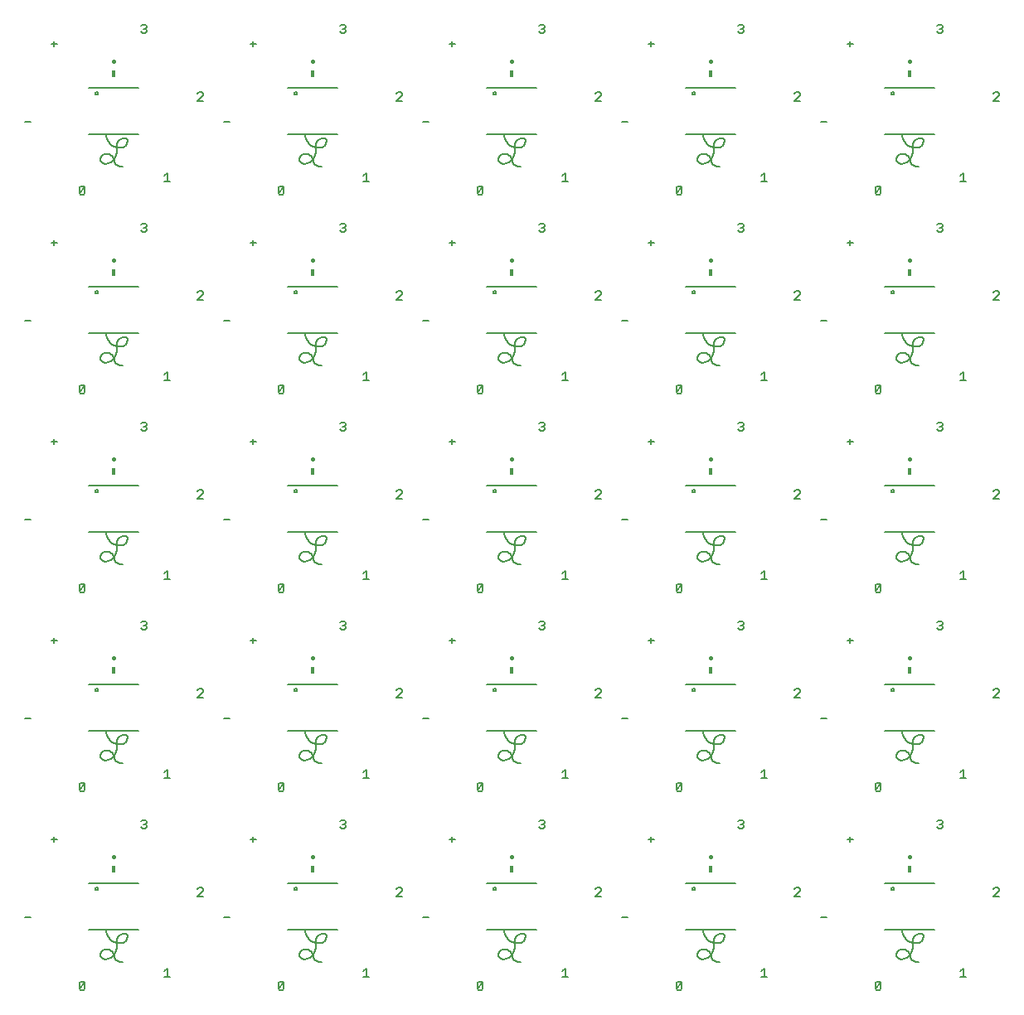
<source format=gto>
G75*
G70*
%OFA0B0*%
%FSLAX24Y24*%
%IPPOS*%
%LPD*%
%AMOC8*
5,1,8,0,0,1.08239X$1,22.5*
%
%ADD10C,0.0060*%
%ADD11C,0.0080*%
%ADD12C,0.0160*%
%ADD13R,0.0160X0.0280*%
D10*
X004347Y002431D02*
X004574Y002657D01*
X004574Y002431D01*
X004517Y002374D01*
X004404Y002374D01*
X004347Y002431D01*
X004347Y002657D01*
X004404Y002714D01*
X004517Y002714D01*
X004574Y002657D01*
X004730Y004810D02*
X006740Y004810D01*
X006740Y006670D02*
X004730Y006670D01*
X003333Y008327D02*
X003333Y008554D01*
X003220Y008440D02*
X003447Y008440D01*
X004404Y010374D02*
X004347Y010431D01*
X004574Y010657D01*
X004574Y010431D01*
X004517Y010374D01*
X004404Y010374D01*
X004347Y010431D02*
X004347Y010657D01*
X004404Y010714D01*
X004517Y010714D01*
X004574Y010657D01*
X004730Y012810D02*
X006740Y012810D01*
X006740Y014670D02*
X004730Y014670D01*
X003333Y016327D02*
X003333Y016554D01*
X003220Y016440D02*
X003447Y016440D01*
X004404Y018374D02*
X004347Y018431D01*
X004574Y018657D01*
X004574Y018431D01*
X004517Y018374D01*
X004404Y018374D01*
X004347Y018431D02*
X004347Y018657D01*
X004404Y018714D01*
X004517Y018714D01*
X004574Y018657D01*
X004730Y020810D02*
X006740Y020810D01*
X007883Y019235D02*
X007883Y018895D01*
X007770Y018895D02*
X007997Y018895D01*
X007770Y019122D02*
X007883Y019235D01*
X006996Y017215D02*
X006883Y017215D01*
X006826Y017159D01*
X006940Y017045D02*
X006996Y017045D01*
X007053Y016988D01*
X007053Y016932D01*
X006996Y016875D01*
X006883Y016875D01*
X006826Y016932D01*
X006996Y017045D02*
X007053Y017102D01*
X007053Y017159D01*
X006996Y017215D01*
X009158Y014489D02*
X009101Y014432D01*
X009158Y014489D02*
X009271Y014489D01*
X009328Y014432D01*
X009328Y014376D01*
X009101Y014149D01*
X009328Y014149D01*
X010170Y013290D02*
X010397Y013290D01*
X007883Y011235D02*
X007883Y010895D01*
X007770Y010895D02*
X007997Y010895D01*
X007770Y011122D02*
X007883Y011235D01*
X006996Y009215D02*
X006883Y009215D01*
X006826Y009159D01*
X006940Y009045D02*
X006996Y009045D01*
X007053Y008988D01*
X007053Y008932D01*
X006996Y008875D01*
X006883Y008875D01*
X006826Y008932D01*
X006996Y009045D02*
X007053Y009102D01*
X007053Y009159D01*
X006996Y009215D01*
X009158Y006489D02*
X009101Y006432D01*
X009158Y006489D02*
X009271Y006489D01*
X009328Y006432D01*
X009328Y006376D01*
X009101Y006149D01*
X009328Y006149D01*
X010170Y005290D02*
X010397Y005290D01*
X007883Y003235D02*
X007883Y002895D01*
X007770Y002895D02*
X007997Y002895D01*
X007770Y003122D02*
X007883Y003235D01*
X012347Y002657D02*
X012347Y002431D01*
X012574Y002657D01*
X012574Y002431D01*
X012517Y002374D01*
X012404Y002374D01*
X012347Y002431D01*
X012347Y002657D02*
X012404Y002714D01*
X012517Y002714D01*
X012574Y002657D01*
X012730Y004810D02*
X014740Y004810D01*
X014740Y006670D02*
X012730Y006670D01*
X011333Y008327D02*
X011333Y008554D01*
X011220Y008440D02*
X011447Y008440D01*
X012404Y010374D02*
X012347Y010431D01*
X012574Y010657D01*
X012574Y010431D01*
X012517Y010374D01*
X012404Y010374D01*
X012347Y010431D02*
X012347Y010657D01*
X012404Y010714D01*
X012517Y010714D01*
X012574Y010657D01*
X012730Y012810D02*
X014740Y012810D01*
X014740Y014670D02*
X012730Y014670D01*
X011333Y016327D02*
X011333Y016554D01*
X011220Y016440D02*
X011447Y016440D01*
X012404Y018374D02*
X012347Y018431D01*
X012574Y018657D01*
X012574Y018431D01*
X012517Y018374D01*
X012404Y018374D01*
X012347Y018431D02*
X012347Y018657D01*
X012404Y018714D01*
X012517Y018714D01*
X012574Y018657D01*
X012730Y020810D02*
X014740Y020810D01*
X015883Y019235D02*
X015883Y018895D01*
X015770Y018895D02*
X015997Y018895D01*
X015770Y019122D02*
X015883Y019235D01*
X014996Y017215D02*
X015053Y017159D01*
X015053Y017102D01*
X014996Y017045D01*
X015053Y016988D01*
X015053Y016932D01*
X014996Y016875D01*
X014883Y016875D01*
X014826Y016932D01*
X014940Y017045D02*
X014996Y017045D01*
X014996Y017215D02*
X014883Y017215D01*
X014826Y017159D01*
X017158Y014489D02*
X017101Y014432D01*
X017158Y014489D02*
X017271Y014489D01*
X017328Y014432D01*
X017328Y014376D01*
X017101Y014149D01*
X017328Y014149D01*
X018170Y013290D02*
X018397Y013290D01*
X020730Y012810D02*
X022740Y012810D01*
X022740Y014670D02*
X020730Y014670D01*
X019333Y016327D02*
X019333Y016554D01*
X019220Y016440D02*
X019447Y016440D01*
X020404Y018374D02*
X020347Y018431D01*
X020574Y018657D01*
X020574Y018431D01*
X020517Y018374D01*
X020404Y018374D01*
X020347Y018431D02*
X020347Y018657D01*
X020404Y018714D01*
X020517Y018714D01*
X020574Y018657D01*
X020730Y020810D02*
X022740Y020810D01*
X023883Y019235D02*
X023883Y018895D01*
X023770Y018895D02*
X023997Y018895D01*
X023770Y019122D02*
X023883Y019235D01*
X022996Y017215D02*
X023053Y017159D01*
X023053Y017102D01*
X022996Y017045D01*
X023053Y016988D01*
X023053Y016932D01*
X022996Y016875D01*
X022883Y016875D01*
X022826Y016932D01*
X022940Y017045D02*
X022996Y017045D01*
X022996Y017215D02*
X022883Y017215D01*
X022826Y017159D01*
X025158Y014489D02*
X025101Y014432D01*
X025158Y014489D02*
X025271Y014489D01*
X025328Y014432D01*
X025328Y014376D01*
X025101Y014149D01*
X025328Y014149D01*
X026170Y013290D02*
X026397Y013290D01*
X023997Y010895D02*
X023770Y010895D01*
X023883Y010895D02*
X023883Y011235D01*
X023770Y011122D01*
X022996Y009215D02*
X023053Y009159D01*
X023053Y009102D01*
X022996Y009045D01*
X023053Y008988D01*
X023053Y008932D01*
X022996Y008875D01*
X022883Y008875D01*
X022826Y008932D01*
X022940Y009045D02*
X022996Y009045D01*
X022996Y009215D02*
X022883Y009215D01*
X022826Y009159D01*
X020574Y010431D02*
X020517Y010374D01*
X020404Y010374D01*
X020347Y010431D01*
X020574Y010657D01*
X020574Y010431D01*
X020574Y010657D02*
X020517Y010714D01*
X020404Y010714D01*
X020347Y010657D01*
X020347Y010431D01*
X019333Y008554D02*
X019333Y008327D01*
X019220Y008440D02*
X019447Y008440D01*
X020730Y006670D02*
X022740Y006670D01*
X022740Y004810D02*
X020730Y004810D01*
X020517Y002714D02*
X020404Y002714D01*
X020347Y002657D01*
X020347Y002431D01*
X020574Y002657D01*
X020574Y002431D01*
X020517Y002374D01*
X020404Y002374D01*
X020347Y002431D01*
X020574Y002657D02*
X020517Y002714D01*
X018397Y005290D02*
X018170Y005290D01*
X017328Y006149D02*
X017101Y006149D01*
X017328Y006376D01*
X017328Y006432D01*
X017271Y006489D01*
X017158Y006489D01*
X017101Y006432D01*
X014996Y008875D02*
X014883Y008875D01*
X014826Y008932D01*
X014940Y009045D02*
X014996Y009045D01*
X015053Y008988D01*
X015053Y008932D01*
X014996Y008875D01*
X014996Y009045D02*
X015053Y009102D01*
X015053Y009159D01*
X014996Y009215D01*
X014883Y009215D01*
X014826Y009159D01*
X015770Y010895D02*
X015997Y010895D01*
X015883Y010895D02*
X015883Y011235D01*
X015770Y011122D01*
X015883Y003235D02*
X015883Y002895D01*
X015770Y002895D02*
X015997Y002895D01*
X015770Y003122D02*
X015883Y003235D01*
X023770Y003122D02*
X023883Y003235D01*
X023883Y002895D01*
X023770Y002895D02*
X023997Y002895D01*
X026170Y005290D02*
X026397Y005290D01*
X025328Y006149D02*
X025101Y006149D01*
X025328Y006376D01*
X025328Y006432D01*
X025271Y006489D01*
X025158Y006489D01*
X025101Y006432D01*
X027220Y008440D02*
X027447Y008440D01*
X027333Y008327D02*
X027333Y008554D01*
X028404Y010374D02*
X028347Y010431D01*
X028574Y010657D01*
X028574Y010431D01*
X028517Y010374D01*
X028404Y010374D01*
X028347Y010431D02*
X028347Y010657D01*
X028404Y010714D01*
X028517Y010714D01*
X028574Y010657D01*
X028730Y012810D02*
X030740Y012810D01*
X030740Y014670D02*
X028730Y014670D01*
X027333Y016327D02*
X027333Y016554D01*
X027220Y016440D02*
X027447Y016440D01*
X028404Y018374D02*
X028347Y018431D01*
X028574Y018657D01*
X028574Y018431D01*
X028517Y018374D01*
X028404Y018374D01*
X028347Y018431D02*
X028347Y018657D01*
X028404Y018714D01*
X028517Y018714D01*
X028574Y018657D01*
X028730Y020810D02*
X030740Y020810D01*
X031883Y019235D02*
X031883Y018895D01*
X031770Y018895D02*
X031997Y018895D01*
X031770Y019122D02*
X031883Y019235D01*
X030996Y017215D02*
X031053Y017159D01*
X031053Y017102D01*
X030996Y017045D01*
X031053Y016988D01*
X031053Y016932D01*
X030996Y016875D01*
X030883Y016875D01*
X030826Y016932D01*
X030940Y017045D02*
X030996Y017045D01*
X030996Y017215D02*
X030883Y017215D01*
X030826Y017159D01*
X033158Y014489D02*
X033101Y014432D01*
X033158Y014489D02*
X033271Y014489D01*
X033328Y014432D01*
X033328Y014376D01*
X033101Y014149D01*
X033328Y014149D01*
X034170Y013290D02*
X034397Y013290D01*
X036730Y012810D02*
X038740Y012810D01*
X038740Y014670D02*
X036730Y014670D01*
X035333Y016327D02*
X035333Y016554D01*
X035220Y016440D02*
X035447Y016440D01*
X036404Y018374D02*
X036347Y018431D01*
X036574Y018657D01*
X036574Y018431D01*
X036517Y018374D01*
X036404Y018374D01*
X036347Y018431D02*
X036347Y018657D01*
X036404Y018714D01*
X036517Y018714D01*
X036574Y018657D01*
X036730Y020810D02*
X038740Y020810D01*
X039883Y019235D02*
X039883Y018895D01*
X039770Y018895D02*
X039997Y018895D01*
X039770Y019122D02*
X039883Y019235D01*
X038996Y017215D02*
X039053Y017159D01*
X039053Y017102D01*
X038996Y017045D01*
X039053Y016988D01*
X039053Y016932D01*
X038996Y016875D01*
X038883Y016875D01*
X038826Y016932D01*
X038940Y017045D02*
X038996Y017045D01*
X038996Y017215D02*
X038883Y017215D01*
X038826Y017159D01*
X041158Y014489D02*
X041101Y014432D01*
X041158Y014489D02*
X041271Y014489D01*
X041328Y014432D01*
X041328Y014376D01*
X041101Y014149D01*
X041328Y014149D01*
X039883Y011235D02*
X039883Y010895D01*
X039770Y010895D02*
X039997Y010895D01*
X039770Y011122D02*
X039883Y011235D01*
X038996Y009215D02*
X039053Y009159D01*
X039053Y009102D01*
X038996Y009045D01*
X039053Y008988D01*
X039053Y008932D01*
X038996Y008875D01*
X038883Y008875D01*
X038826Y008932D01*
X038940Y009045D02*
X038996Y009045D01*
X038996Y009215D02*
X038883Y009215D01*
X038826Y009159D01*
X036574Y010431D02*
X036517Y010374D01*
X036404Y010374D01*
X036347Y010431D01*
X036574Y010657D01*
X036574Y010431D01*
X036574Y010657D02*
X036517Y010714D01*
X036404Y010714D01*
X036347Y010657D01*
X036347Y010431D01*
X035333Y008554D02*
X035333Y008327D01*
X035220Y008440D02*
X035447Y008440D01*
X036730Y006670D02*
X038740Y006670D01*
X038740Y004810D02*
X036730Y004810D01*
X036517Y002714D02*
X036574Y002657D01*
X036347Y002431D01*
X036404Y002374D01*
X036517Y002374D01*
X036574Y002431D01*
X036574Y002657D01*
X036517Y002714D02*
X036404Y002714D01*
X036347Y002657D01*
X036347Y002431D01*
X034397Y005290D02*
X034170Y005290D01*
X033328Y006149D02*
X033101Y006149D01*
X033328Y006376D01*
X033328Y006432D01*
X033271Y006489D01*
X033158Y006489D01*
X033101Y006432D01*
X030740Y006670D02*
X028730Y006670D01*
X028730Y004810D02*
X030740Y004810D01*
X031883Y003235D02*
X031883Y002895D01*
X031770Y002895D02*
X031997Y002895D01*
X031770Y003122D02*
X031883Y003235D01*
X028574Y002657D02*
X028347Y002431D01*
X028404Y002374D01*
X028517Y002374D01*
X028574Y002431D01*
X028574Y002657D01*
X028517Y002714D01*
X028404Y002714D01*
X028347Y002657D01*
X028347Y002431D01*
X030883Y008875D02*
X030826Y008932D01*
X030883Y008875D02*
X030996Y008875D01*
X031053Y008932D01*
X031053Y008988D01*
X030996Y009045D01*
X030940Y009045D01*
X030996Y009045D02*
X031053Y009102D01*
X031053Y009159D01*
X030996Y009215D01*
X030883Y009215D01*
X030826Y009159D01*
X031770Y010895D02*
X031997Y010895D01*
X031883Y010895D02*
X031883Y011235D01*
X031770Y011122D01*
X039770Y003122D02*
X039883Y003235D01*
X039883Y002895D01*
X039770Y002895D02*
X039997Y002895D01*
X041101Y006149D02*
X041328Y006376D01*
X041328Y006432D01*
X041271Y006489D01*
X041158Y006489D01*
X041101Y006432D01*
X041101Y006149D02*
X041328Y006149D01*
X034397Y021290D02*
X034170Y021290D01*
X033328Y022149D02*
X033101Y022149D01*
X033328Y022376D01*
X033328Y022432D01*
X033271Y022489D01*
X033158Y022489D01*
X033101Y022432D01*
X035220Y024440D02*
X035447Y024440D01*
X035333Y024327D02*
X035333Y024554D01*
X036404Y026374D02*
X036347Y026431D01*
X036574Y026657D01*
X036574Y026431D01*
X036517Y026374D01*
X036404Y026374D01*
X036347Y026431D02*
X036347Y026657D01*
X036404Y026714D01*
X036517Y026714D01*
X036574Y026657D01*
X036730Y028810D02*
X038740Y028810D01*
X038740Y030670D02*
X036730Y030670D01*
X035333Y032327D02*
X035333Y032554D01*
X035220Y032440D02*
X035447Y032440D01*
X036404Y034374D02*
X036347Y034431D01*
X036574Y034657D01*
X036574Y034431D01*
X036517Y034374D01*
X036404Y034374D01*
X036347Y034431D02*
X036347Y034657D01*
X036404Y034714D01*
X036517Y034714D01*
X036574Y034657D01*
X036730Y036810D02*
X038740Y036810D01*
X039883Y035235D02*
X039883Y034895D01*
X039770Y034895D02*
X039997Y034895D01*
X039770Y035122D02*
X039883Y035235D01*
X038996Y033215D02*
X039053Y033159D01*
X039053Y033102D01*
X038996Y033045D01*
X039053Y032988D01*
X039053Y032932D01*
X038996Y032875D01*
X038883Y032875D01*
X038826Y032932D01*
X038940Y033045D02*
X038996Y033045D01*
X038996Y033215D02*
X038883Y033215D01*
X038826Y033159D01*
X041158Y030489D02*
X041101Y030432D01*
X041158Y030489D02*
X041271Y030489D01*
X041328Y030432D01*
X041328Y030376D01*
X041101Y030149D01*
X041328Y030149D01*
X039883Y027235D02*
X039883Y026895D01*
X039770Y026895D02*
X039997Y026895D01*
X039770Y027122D02*
X039883Y027235D01*
X038996Y025215D02*
X039053Y025159D01*
X039053Y025102D01*
X038996Y025045D01*
X039053Y024988D01*
X039053Y024932D01*
X038996Y024875D01*
X038883Y024875D01*
X038826Y024932D01*
X038940Y025045D02*
X038996Y025045D01*
X038996Y025215D02*
X038883Y025215D01*
X038826Y025159D01*
X038740Y022670D02*
X036730Y022670D01*
X041101Y022432D02*
X041158Y022489D01*
X041271Y022489D01*
X041328Y022432D01*
X041328Y022376D01*
X041101Y022149D01*
X041328Y022149D01*
X034397Y029290D02*
X034170Y029290D01*
X033328Y030149D02*
X033101Y030149D01*
X033328Y030376D01*
X033328Y030432D01*
X033271Y030489D01*
X033158Y030489D01*
X033101Y030432D01*
X030740Y030670D02*
X028730Y030670D01*
X028730Y028810D02*
X030740Y028810D01*
X031883Y027235D02*
X031883Y026895D01*
X031770Y026895D02*
X031997Y026895D01*
X031770Y027122D02*
X031883Y027235D01*
X030996Y025215D02*
X031053Y025159D01*
X031053Y025102D01*
X030996Y025045D01*
X031053Y024988D01*
X031053Y024932D01*
X030996Y024875D01*
X030883Y024875D01*
X030826Y024932D01*
X030940Y025045D02*
X030996Y025045D01*
X030996Y025215D02*
X030883Y025215D01*
X030826Y025159D01*
X030740Y022670D02*
X028730Y022670D01*
X027333Y024327D02*
X027333Y024554D01*
X027220Y024440D02*
X027447Y024440D01*
X028404Y026374D02*
X028347Y026431D01*
X028574Y026657D01*
X028574Y026431D01*
X028517Y026374D01*
X028404Y026374D01*
X028347Y026431D02*
X028347Y026657D01*
X028404Y026714D01*
X028517Y026714D01*
X028574Y026657D01*
X026397Y029290D02*
X026170Y029290D01*
X025328Y030149D02*
X025101Y030149D01*
X025328Y030376D01*
X025328Y030432D01*
X025271Y030489D01*
X025158Y030489D01*
X025101Y030432D01*
X022740Y030670D02*
X020730Y030670D01*
X020730Y028810D02*
X022740Y028810D01*
X023883Y027235D02*
X023883Y026895D01*
X023770Y026895D02*
X023997Y026895D01*
X023770Y027122D02*
X023883Y027235D01*
X022996Y025215D02*
X023053Y025159D01*
X023053Y025102D01*
X022996Y025045D01*
X023053Y024988D01*
X023053Y024932D01*
X022996Y024875D01*
X022883Y024875D01*
X022826Y024932D01*
X022940Y025045D02*
X022996Y025045D01*
X022996Y025215D02*
X022883Y025215D01*
X022826Y025159D01*
X022740Y022670D02*
X020730Y022670D01*
X019333Y024327D02*
X019333Y024554D01*
X019220Y024440D02*
X019447Y024440D01*
X020404Y026374D02*
X020347Y026431D01*
X020574Y026657D01*
X020574Y026431D01*
X020517Y026374D01*
X020404Y026374D01*
X020347Y026431D02*
X020347Y026657D01*
X020404Y026714D01*
X020517Y026714D01*
X020574Y026657D01*
X018397Y029290D02*
X018170Y029290D01*
X017328Y030149D02*
X017101Y030149D01*
X017328Y030376D01*
X017328Y030432D01*
X017271Y030489D01*
X017158Y030489D01*
X017101Y030432D01*
X019220Y032440D02*
X019447Y032440D01*
X019333Y032327D02*
X019333Y032554D01*
X020404Y034374D02*
X020347Y034431D01*
X020574Y034657D01*
X020574Y034431D01*
X020517Y034374D01*
X020404Y034374D01*
X020347Y034431D02*
X020347Y034657D01*
X020404Y034714D01*
X020517Y034714D01*
X020574Y034657D01*
X020730Y036810D02*
X022740Y036810D01*
X023883Y035235D02*
X023883Y034895D01*
X023770Y034895D02*
X023997Y034895D01*
X023770Y035122D02*
X023883Y035235D01*
X022996Y033215D02*
X023053Y033159D01*
X023053Y033102D01*
X022996Y033045D01*
X023053Y032988D01*
X023053Y032932D01*
X022996Y032875D01*
X022883Y032875D01*
X022826Y032932D01*
X022940Y033045D02*
X022996Y033045D01*
X022996Y033215D02*
X022883Y033215D01*
X022826Y033159D01*
X026170Y037290D02*
X026397Y037290D01*
X025328Y038149D02*
X025101Y038149D01*
X025328Y038376D01*
X025328Y038432D01*
X025271Y038489D01*
X025158Y038489D01*
X025101Y038432D01*
X022740Y038670D02*
X020730Y038670D01*
X019333Y040327D02*
X019333Y040554D01*
X019220Y040440D02*
X019447Y040440D01*
X017328Y038432D02*
X017271Y038489D01*
X017158Y038489D01*
X017101Y038432D01*
X017328Y038432D02*
X017328Y038376D01*
X017101Y038149D01*
X017328Y038149D01*
X018170Y037290D02*
X018397Y037290D01*
X015883Y035235D02*
X015883Y034895D01*
X015770Y034895D02*
X015997Y034895D01*
X015770Y035122D02*
X015883Y035235D01*
X014740Y036810D02*
X012730Y036810D01*
X012730Y038670D02*
X014740Y038670D01*
X014883Y040875D02*
X014826Y040932D01*
X014883Y040875D02*
X014996Y040875D01*
X015053Y040932D01*
X015053Y040988D01*
X014996Y041045D01*
X014940Y041045D01*
X014996Y041045D02*
X015053Y041102D01*
X015053Y041159D01*
X014996Y041215D01*
X014883Y041215D01*
X014826Y041159D01*
X011447Y040440D02*
X011220Y040440D01*
X011333Y040327D02*
X011333Y040554D01*
X009271Y038489D02*
X009158Y038489D01*
X009101Y038432D01*
X009271Y038489D02*
X009328Y038432D01*
X009328Y038376D01*
X009101Y038149D01*
X009328Y038149D01*
X010170Y037290D02*
X010397Y037290D01*
X007883Y035235D02*
X007883Y034895D01*
X007770Y034895D02*
X007997Y034895D01*
X007770Y035122D02*
X007883Y035235D01*
X006740Y036810D02*
X004730Y036810D01*
X004730Y038670D02*
X006740Y038670D01*
X006883Y040875D02*
X006826Y040932D01*
X006883Y040875D02*
X006996Y040875D01*
X007053Y040932D01*
X007053Y040988D01*
X006996Y041045D01*
X006940Y041045D01*
X006996Y041045D02*
X007053Y041102D01*
X007053Y041159D01*
X006996Y041215D01*
X006883Y041215D01*
X006826Y041159D01*
X003447Y040440D02*
X003220Y040440D01*
X003333Y040327D02*
X003333Y040554D01*
X002397Y037290D02*
X002170Y037290D01*
X004404Y034714D02*
X004347Y034657D01*
X004347Y034431D01*
X004574Y034657D01*
X004574Y034431D01*
X004517Y034374D01*
X004404Y034374D01*
X004347Y034431D01*
X004404Y034714D02*
X004517Y034714D01*
X004574Y034657D01*
X003333Y032554D02*
X003333Y032327D01*
X003220Y032440D02*
X003447Y032440D01*
X004730Y030670D02*
X006740Y030670D01*
X006740Y028810D02*
X004730Y028810D01*
X004517Y026714D02*
X004574Y026657D01*
X004347Y026431D01*
X004404Y026374D01*
X004517Y026374D01*
X004574Y026431D01*
X004574Y026657D01*
X004517Y026714D02*
X004404Y026714D01*
X004347Y026657D01*
X004347Y026431D01*
X003333Y024554D02*
X003333Y024327D01*
X003220Y024440D02*
X003447Y024440D01*
X004730Y022670D02*
X006740Y022670D01*
X006883Y024875D02*
X006826Y024932D01*
X006883Y024875D02*
X006996Y024875D01*
X007053Y024932D01*
X007053Y024988D01*
X006996Y025045D01*
X006940Y025045D01*
X006996Y025045D02*
X007053Y025102D01*
X007053Y025159D01*
X006996Y025215D01*
X006883Y025215D01*
X006826Y025159D01*
X007770Y026895D02*
X007997Y026895D01*
X007883Y026895D02*
X007883Y027235D01*
X007770Y027122D01*
X010170Y029290D02*
X010397Y029290D01*
X009328Y030149D02*
X009101Y030149D01*
X009328Y030376D01*
X009328Y030432D01*
X009271Y030489D01*
X009158Y030489D01*
X009101Y030432D01*
X011220Y032440D02*
X011447Y032440D01*
X011333Y032327D02*
X011333Y032554D01*
X012730Y030670D02*
X014740Y030670D01*
X014740Y028810D02*
X012730Y028810D01*
X012517Y026714D02*
X012574Y026657D01*
X012347Y026431D01*
X012404Y026374D01*
X012517Y026374D01*
X012574Y026431D01*
X012574Y026657D01*
X012517Y026714D02*
X012404Y026714D01*
X012347Y026657D01*
X012347Y026431D01*
X011333Y024554D02*
X011333Y024327D01*
X011220Y024440D02*
X011447Y024440D01*
X012730Y022670D02*
X014740Y022670D01*
X014883Y024875D02*
X014826Y024932D01*
X014883Y024875D02*
X014996Y024875D01*
X015053Y024932D01*
X015053Y024988D01*
X014996Y025045D01*
X014940Y025045D01*
X014996Y025045D02*
X015053Y025102D01*
X015053Y025159D01*
X014996Y025215D01*
X014883Y025215D01*
X014826Y025159D01*
X015770Y026895D02*
X015997Y026895D01*
X015883Y026895D02*
X015883Y027235D01*
X015770Y027122D01*
X017158Y022489D02*
X017101Y022432D01*
X017158Y022489D02*
X017271Y022489D01*
X017328Y022432D01*
X017328Y022376D01*
X017101Y022149D01*
X017328Y022149D01*
X018170Y021290D02*
X018397Y021290D01*
X025101Y022149D02*
X025328Y022376D01*
X025328Y022432D01*
X025271Y022489D01*
X025158Y022489D01*
X025101Y022432D01*
X025101Y022149D02*
X025328Y022149D01*
X026170Y021290D02*
X026397Y021290D01*
X027333Y032327D02*
X027333Y032554D01*
X027220Y032440D02*
X027447Y032440D01*
X028404Y034374D02*
X028347Y034431D01*
X028574Y034657D01*
X028574Y034431D01*
X028517Y034374D01*
X028404Y034374D01*
X028347Y034431D02*
X028347Y034657D01*
X028404Y034714D01*
X028517Y034714D01*
X028574Y034657D01*
X028730Y036810D02*
X030740Y036810D01*
X031883Y035235D02*
X031883Y034895D01*
X031770Y034895D02*
X031997Y034895D01*
X031770Y035122D02*
X031883Y035235D01*
X030996Y033215D02*
X031053Y033159D01*
X031053Y033102D01*
X030996Y033045D01*
X031053Y032988D01*
X031053Y032932D01*
X030996Y032875D01*
X030883Y032875D01*
X030826Y032932D01*
X030940Y033045D02*
X030996Y033045D01*
X030996Y033215D02*
X030883Y033215D01*
X030826Y033159D01*
X034170Y037290D02*
X034397Y037290D01*
X033328Y038149D02*
X033101Y038149D01*
X033328Y038376D01*
X033328Y038432D01*
X033271Y038489D01*
X033158Y038489D01*
X033101Y038432D01*
X035220Y040440D02*
X035447Y040440D01*
X035333Y040327D02*
X035333Y040554D01*
X036730Y038670D02*
X038740Y038670D01*
X041101Y038432D02*
X041158Y038489D01*
X041271Y038489D01*
X041328Y038432D01*
X041328Y038376D01*
X041101Y038149D01*
X041328Y038149D01*
X038996Y040875D02*
X038883Y040875D01*
X038826Y040932D01*
X038940Y041045D02*
X038996Y041045D01*
X039053Y040988D01*
X039053Y040932D01*
X038996Y040875D01*
X038996Y041045D02*
X039053Y041102D01*
X039053Y041159D01*
X038996Y041215D01*
X038883Y041215D01*
X038826Y041159D01*
X031053Y041159D02*
X031053Y041102D01*
X030996Y041045D01*
X031053Y040988D01*
X031053Y040932D01*
X030996Y040875D01*
X030883Y040875D01*
X030826Y040932D01*
X030940Y041045D02*
X030996Y041045D01*
X031053Y041159D02*
X030996Y041215D01*
X030883Y041215D01*
X030826Y041159D01*
X030740Y038670D02*
X028730Y038670D01*
X027333Y040327D02*
X027333Y040554D01*
X027220Y040440D02*
X027447Y040440D01*
X023053Y040932D02*
X022996Y040875D01*
X022883Y040875D01*
X022826Y040932D01*
X022940Y041045D02*
X022996Y041045D01*
X023053Y040988D01*
X023053Y040932D01*
X022996Y041045D02*
X023053Y041102D01*
X023053Y041159D01*
X022996Y041215D01*
X022883Y041215D01*
X022826Y041159D01*
X014996Y033215D02*
X015053Y033159D01*
X015053Y033102D01*
X014996Y033045D01*
X015053Y032988D01*
X015053Y032932D01*
X014996Y032875D01*
X014883Y032875D01*
X014826Y032932D01*
X014940Y033045D02*
X014996Y033045D01*
X014996Y033215D02*
X014883Y033215D01*
X014826Y033159D01*
X012574Y034431D02*
X012517Y034374D01*
X012404Y034374D01*
X012347Y034431D01*
X012574Y034657D01*
X012574Y034431D01*
X012574Y034657D02*
X012517Y034714D01*
X012404Y034714D01*
X012347Y034657D01*
X012347Y034431D01*
X007053Y033159D02*
X007053Y033102D01*
X006996Y033045D01*
X007053Y032988D01*
X007053Y032932D01*
X006996Y032875D01*
X006883Y032875D01*
X006826Y032932D01*
X006940Y033045D02*
X006996Y033045D01*
X007053Y033159D02*
X006996Y033215D01*
X006883Y033215D01*
X006826Y033159D01*
X002397Y029290D02*
X002170Y029290D01*
X009101Y022432D02*
X009158Y022489D01*
X009271Y022489D01*
X009328Y022432D01*
X009328Y022376D01*
X009101Y022149D01*
X009328Y022149D01*
X010170Y021290D02*
X010397Y021290D01*
X002397Y021290D02*
X002170Y021290D01*
X002170Y013290D02*
X002397Y013290D01*
X002397Y005290D02*
X002170Y005290D01*
D11*
X004993Y006450D02*
X004995Y006465D01*
X005001Y006478D01*
X005010Y006490D01*
X005021Y006499D01*
X005035Y006505D01*
X005050Y006507D01*
X005065Y006505D01*
X005078Y006499D01*
X005090Y006490D01*
X005099Y006479D01*
X005105Y006465D01*
X005107Y006450D01*
X005105Y006435D01*
X005099Y006422D01*
X005090Y006410D01*
X005079Y006401D01*
X005065Y006395D01*
X005050Y006393D01*
X005035Y006395D01*
X005022Y006401D01*
X005010Y006410D01*
X005001Y006421D01*
X004995Y006435D01*
X004993Y006450D01*
X005435Y004780D02*
X005437Y004738D01*
X005442Y004696D01*
X005451Y004654D01*
X005463Y004614D01*
X005478Y004574D01*
X005497Y004536D01*
X005518Y004500D01*
X005543Y004466D01*
X005570Y004433D01*
X005600Y004403D01*
X005633Y004376D01*
X005667Y004351D01*
X005703Y004330D01*
X005741Y004311D01*
X005781Y004296D01*
X005821Y004284D01*
X005863Y004275D01*
X005905Y004270D01*
X005947Y004268D01*
X006026Y004268D01*
X005849Y004346D02*
X005851Y004379D01*
X005856Y004412D01*
X005866Y004443D01*
X005878Y004474D01*
X005894Y004503D01*
X005913Y004530D01*
X005935Y004555D01*
X005960Y004577D01*
X005987Y004596D01*
X006016Y004612D01*
X006047Y004624D01*
X006078Y004634D01*
X006111Y004639D01*
X006144Y004641D01*
X006144Y004642D02*
X006184Y004642D01*
X006184Y004641D02*
X006201Y004640D01*
X006218Y004635D01*
X006233Y004628D01*
X006247Y004618D01*
X006259Y004606D01*
X006269Y004592D01*
X006276Y004577D01*
X006281Y004560D01*
X006282Y004543D01*
X006282Y004524D01*
X006280Y004493D01*
X006275Y004463D01*
X006265Y004433D01*
X006253Y004405D01*
X006237Y004379D01*
X006218Y004354D01*
X006196Y004332D01*
X006171Y004313D01*
X006145Y004297D01*
X006117Y004285D01*
X006087Y004275D01*
X006057Y004270D01*
X006026Y004268D01*
X005849Y004346D02*
X005849Y004091D01*
X005750Y003716D02*
X005759Y003687D01*
X005772Y003658D01*
X005788Y003632D01*
X005806Y003607D01*
X005827Y003585D01*
X005851Y003565D01*
X005877Y003548D01*
X005904Y003534D01*
X005933Y003523D01*
X005963Y003515D01*
X005993Y003511D01*
X006024Y003510D01*
X006055Y003513D01*
X006085Y003519D01*
X005750Y003717D02*
X005748Y003750D01*
X005743Y003783D01*
X005733Y003814D01*
X005721Y003845D01*
X005705Y003874D01*
X005686Y003901D01*
X005664Y003926D01*
X005639Y003948D01*
X005612Y003967D01*
X005583Y003983D01*
X005552Y003995D01*
X005521Y004005D01*
X005488Y004010D01*
X005455Y004012D01*
X005416Y004012D01*
X005377Y003619D02*
X005418Y003621D01*
X005459Y003626D01*
X005499Y003635D01*
X005538Y003647D01*
X005576Y003663D01*
X005613Y003682D01*
X005648Y003704D01*
X005680Y003729D01*
X005711Y003757D01*
X005739Y003788D01*
X005764Y003820D01*
X005786Y003855D01*
X005805Y003892D01*
X005821Y003930D01*
X005833Y003969D01*
X005842Y004009D01*
X005847Y004050D01*
X005849Y004091D01*
X005416Y004012D02*
X005388Y004010D01*
X005360Y004005D01*
X005333Y003995D01*
X005307Y003983D01*
X005284Y003967D01*
X005263Y003948D01*
X005244Y003927D01*
X005228Y003904D01*
X005216Y003878D01*
X005206Y003851D01*
X005201Y003823D01*
X005199Y003795D01*
X005200Y003795D02*
X005202Y003770D01*
X005207Y003745D01*
X005216Y003721D01*
X005228Y003699D01*
X005243Y003679D01*
X005261Y003661D01*
X005281Y003646D01*
X005303Y003634D01*
X005327Y003625D01*
X005352Y003620D01*
X005377Y003618D01*
X013200Y003795D02*
X013202Y003770D01*
X013207Y003745D01*
X013216Y003721D01*
X013228Y003699D01*
X013243Y003679D01*
X013261Y003661D01*
X013281Y003646D01*
X013303Y003634D01*
X013327Y003625D01*
X013352Y003620D01*
X013377Y003618D01*
X013750Y003717D02*
X013748Y003750D01*
X013743Y003783D01*
X013733Y003814D01*
X013721Y003845D01*
X013705Y003874D01*
X013686Y003901D01*
X013664Y003926D01*
X013639Y003948D01*
X013612Y003967D01*
X013583Y003983D01*
X013552Y003995D01*
X013521Y004005D01*
X013488Y004010D01*
X013455Y004012D01*
X013416Y004012D01*
X013377Y003619D02*
X013418Y003621D01*
X013459Y003626D01*
X013499Y003635D01*
X013538Y003647D01*
X013576Y003663D01*
X013613Y003682D01*
X013648Y003704D01*
X013680Y003729D01*
X013711Y003757D01*
X013739Y003788D01*
X013764Y003820D01*
X013786Y003855D01*
X013805Y003892D01*
X013821Y003930D01*
X013833Y003969D01*
X013842Y004009D01*
X013847Y004050D01*
X013849Y004091D01*
X013849Y004346D01*
X013947Y004268D02*
X014026Y004268D01*
X013849Y004346D02*
X013851Y004379D01*
X013856Y004412D01*
X013866Y004443D01*
X013878Y004474D01*
X013894Y004503D01*
X013913Y004530D01*
X013935Y004555D01*
X013960Y004577D01*
X013987Y004596D01*
X014016Y004612D01*
X014047Y004624D01*
X014078Y004634D01*
X014111Y004639D01*
X014144Y004641D01*
X014144Y004642D02*
X014184Y004642D01*
X014184Y004641D02*
X014201Y004640D01*
X014218Y004635D01*
X014233Y004628D01*
X014247Y004618D01*
X014259Y004606D01*
X014269Y004592D01*
X014276Y004577D01*
X014281Y004560D01*
X014282Y004543D01*
X014282Y004524D01*
X014280Y004493D01*
X014275Y004463D01*
X014265Y004433D01*
X014253Y004405D01*
X014237Y004379D01*
X014218Y004354D01*
X014196Y004332D01*
X014171Y004313D01*
X014145Y004297D01*
X014117Y004285D01*
X014087Y004275D01*
X014057Y004270D01*
X014026Y004268D01*
X013750Y003716D02*
X013759Y003687D01*
X013772Y003658D01*
X013788Y003632D01*
X013806Y003607D01*
X013827Y003585D01*
X013851Y003565D01*
X013877Y003548D01*
X013904Y003534D01*
X013933Y003523D01*
X013963Y003515D01*
X013993Y003511D01*
X014024Y003510D01*
X014055Y003513D01*
X014085Y003519D01*
X013416Y004012D02*
X013388Y004010D01*
X013360Y004005D01*
X013333Y003995D01*
X013307Y003983D01*
X013284Y003967D01*
X013263Y003948D01*
X013244Y003927D01*
X013228Y003904D01*
X013216Y003878D01*
X013206Y003851D01*
X013201Y003823D01*
X013199Y003795D01*
X013947Y004268D02*
X013905Y004270D01*
X013863Y004275D01*
X013821Y004284D01*
X013781Y004296D01*
X013741Y004311D01*
X013703Y004330D01*
X013667Y004351D01*
X013633Y004376D01*
X013600Y004403D01*
X013570Y004433D01*
X013543Y004466D01*
X013518Y004500D01*
X013497Y004536D01*
X013478Y004574D01*
X013463Y004614D01*
X013451Y004654D01*
X013442Y004696D01*
X013437Y004738D01*
X013435Y004780D01*
X012993Y006450D02*
X012995Y006465D01*
X013001Y006478D01*
X013010Y006490D01*
X013021Y006499D01*
X013035Y006505D01*
X013050Y006507D01*
X013065Y006505D01*
X013078Y006499D01*
X013090Y006490D01*
X013099Y006479D01*
X013105Y006465D01*
X013107Y006450D01*
X013105Y006435D01*
X013099Y006422D01*
X013090Y006410D01*
X013079Y006401D01*
X013065Y006395D01*
X013050Y006393D01*
X013035Y006395D01*
X013022Y006401D01*
X013010Y006410D01*
X013001Y006421D01*
X012995Y006435D01*
X012993Y006450D01*
X013750Y011717D02*
X013748Y011750D01*
X013743Y011783D01*
X013733Y011814D01*
X013721Y011845D01*
X013705Y011874D01*
X013686Y011901D01*
X013664Y011926D01*
X013639Y011948D01*
X013612Y011967D01*
X013583Y011983D01*
X013552Y011995D01*
X013521Y012005D01*
X013488Y012010D01*
X013455Y012012D01*
X013416Y012012D01*
X013377Y011619D02*
X013418Y011621D01*
X013459Y011626D01*
X013499Y011635D01*
X013538Y011647D01*
X013576Y011663D01*
X013613Y011682D01*
X013648Y011704D01*
X013680Y011729D01*
X013711Y011757D01*
X013739Y011788D01*
X013764Y011820D01*
X013786Y011855D01*
X013805Y011892D01*
X013821Y011930D01*
X013833Y011969D01*
X013842Y012009D01*
X013847Y012050D01*
X013849Y012091D01*
X013849Y012346D01*
X013947Y012268D02*
X014026Y012268D01*
X013849Y012346D02*
X013851Y012379D01*
X013856Y012412D01*
X013866Y012443D01*
X013878Y012474D01*
X013894Y012503D01*
X013913Y012530D01*
X013935Y012555D01*
X013960Y012577D01*
X013987Y012596D01*
X014016Y012612D01*
X014047Y012624D01*
X014078Y012634D01*
X014111Y012639D01*
X014144Y012641D01*
X014144Y012642D02*
X014184Y012642D01*
X014184Y012641D02*
X014201Y012640D01*
X014218Y012635D01*
X014233Y012628D01*
X014247Y012618D01*
X014259Y012606D01*
X014269Y012592D01*
X014276Y012577D01*
X014281Y012560D01*
X014282Y012543D01*
X014282Y012524D01*
X014280Y012493D01*
X014275Y012463D01*
X014265Y012433D01*
X014253Y012405D01*
X014237Y012379D01*
X014218Y012354D01*
X014196Y012332D01*
X014171Y012313D01*
X014145Y012297D01*
X014117Y012285D01*
X014087Y012275D01*
X014057Y012270D01*
X014026Y012268D01*
X013750Y011716D02*
X013759Y011687D01*
X013772Y011658D01*
X013788Y011632D01*
X013806Y011607D01*
X013827Y011585D01*
X013851Y011565D01*
X013877Y011548D01*
X013904Y011534D01*
X013933Y011523D01*
X013963Y011515D01*
X013993Y011511D01*
X014024Y011510D01*
X014055Y011513D01*
X014085Y011519D01*
X013416Y012012D02*
X013388Y012010D01*
X013360Y012005D01*
X013333Y011995D01*
X013307Y011983D01*
X013284Y011967D01*
X013263Y011948D01*
X013244Y011927D01*
X013228Y011904D01*
X013216Y011878D01*
X013206Y011851D01*
X013201Y011823D01*
X013199Y011795D01*
X013200Y011795D02*
X013202Y011770D01*
X013207Y011745D01*
X013216Y011721D01*
X013228Y011699D01*
X013243Y011679D01*
X013261Y011661D01*
X013281Y011646D01*
X013303Y011634D01*
X013327Y011625D01*
X013352Y011620D01*
X013377Y011618D01*
X013947Y012268D02*
X013905Y012270D01*
X013863Y012275D01*
X013821Y012284D01*
X013781Y012296D01*
X013741Y012311D01*
X013703Y012330D01*
X013667Y012351D01*
X013633Y012376D01*
X013600Y012403D01*
X013570Y012433D01*
X013543Y012466D01*
X013518Y012500D01*
X013497Y012536D01*
X013478Y012574D01*
X013463Y012614D01*
X013451Y012654D01*
X013442Y012696D01*
X013437Y012738D01*
X013435Y012780D01*
X012993Y014450D02*
X012995Y014465D01*
X013001Y014478D01*
X013010Y014490D01*
X013021Y014499D01*
X013035Y014505D01*
X013050Y014507D01*
X013065Y014505D01*
X013078Y014499D01*
X013090Y014490D01*
X013099Y014479D01*
X013105Y014465D01*
X013107Y014450D01*
X013105Y014435D01*
X013099Y014422D01*
X013090Y014410D01*
X013079Y014401D01*
X013065Y014395D01*
X013050Y014393D01*
X013035Y014395D01*
X013022Y014401D01*
X013010Y014410D01*
X013001Y014421D01*
X012995Y014435D01*
X012993Y014450D01*
X013750Y019717D02*
X013748Y019750D01*
X013743Y019783D01*
X013733Y019814D01*
X013721Y019845D01*
X013705Y019874D01*
X013686Y019901D01*
X013664Y019926D01*
X013639Y019948D01*
X013612Y019967D01*
X013583Y019983D01*
X013552Y019995D01*
X013521Y020005D01*
X013488Y020010D01*
X013455Y020012D01*
X013416Y020012D01*
X013377Y019619D02*
X013418Y019621D01*
X013459Y019626D01*
X013499Y019635D01*
X013538Y019647D01*
X013576Y019663D01*
X013613Y019682D01*
X013648Y019704D01*
X013680Y019729D01*
X013711Y019757D01*
X013739Y019788D01*
X013764Y019820D01*
X013786Y019855D01*
X013805Y019892D01*
X013821Y019930D01*
X013833Y019969D01*
X013842Y020009D01*
X013847Y020050D01*
X013849Y020091D01*
X013849Y020346D01*
X013947Y020268D02*
X014026Y020268D01*
X013849Y020346D02*
X013851Y020379D01*
X013856Y020412D01*
X013866Y020443D01*
X013878Y020474D01*
X013894Y020503D01*
X013913Y020530D01*
X013935Y020555D01*
X013960Y020577D01*
X013987Y020596D01*
X014016Y020612D01*
X014047Y020624D01*
X014078Y020634D01*
X014111Y020639D01*
X014144Y020641D01*
X014144Y020642D02*
X014184Y020642D01*
X014184Y020641D02*
X014201Y020640D01*
X014218Y020635D01*
X014233Y020628D01*
X014247Y020618D01*
X014259Y020606D01*
X014269Y020592D01*
X014276Y020577D01*
X014281Y020560D01*
X014282Y020543D01*
X014282Y020524D01*
X014280Y020493D01*
X014275Y020463D01*
X014265Y020433D01*
X014253Y020405D01*
X014237Y020379D01*
X014218Y020354D01*
X014196Y020332D01*
X014171Y020313D01*
X014145Y020297D01*
X014117Y020285D01*
X014087Y020275D01*
X014057Y020270D01*
X014026Y020268D01*
X013750Y019716D02*
X013759Y019687D01*
X013772Y019658D01*
X013788Y019632D01*
X013806Y019607D01*
X013827Y019585D01*
X013851Y019565D01*
X013877Y019548D01*
X013904Y019534D01*
X013933Y019523D01*
X013963Y019515D01*
X013993Y019511D01*
X014024Y019510D01*
X014055Y019513D01*
X014085Y019519D01*
X013416Y020012D02*
X013388Y020010D01*
X013360Y020005D01*
X013333Y019995D01*
X013307Y019983D01*
X013284Y019967D01*
X013263Y019948D01*
X013244Y019927D01*
X013228Y019904D01*
X013216Y019878D01*
X013206Y019851D01*
X013201Y019823D01*
X013199Y019795D01*
X013200Y019795D02*
X013202Y019770D01*
X013207Y019745D01*
X013216Y019721D01*
X013228Y019699D01*
X013243Y019679D01*
X013261Y019661D01*
X013281Y019646D01*
X013303Y019634D01*
X013327Y019625D01*
X013352Y019620D01*
X013377Y019618D01*
X013947Y020268D02*
X013905Y020270D01*
X013863Y020275D01*
X013821Y020284D01*
X013781Y020296D01*
X013741Y020311D01*
X013703Y020330D01*
X013667Y020351D01*
X013633Y020376D01*
X013600Y020403D01*
X013570Y020433D01*
X013543Y020466D01*
X013518Y020500D01*
X013497Y020536D01*
X013478Y020574D01*
X013463Y020614D01*
X013451Y020654D01*
X013442Y020696D01*
X013437Y020738D01*
X013435Y020780D01*
X012993Y022450D02*
X012995Y022465D01*
X013001Y022478D01*
X013010Y022490D01*
X013021Y022499D01*
X013035Y022505D01*
X013050Y022507D01*
X013065Y022505D01*
X013078Y022499D01*
X013090Y022490D01*
X013099Y022479D01*
X013105Y022465D01*
X013107Y022450D01*
X013105Y022435D01*
X013099Y022422D01*
X013090Y022410D01*
X013079Y022401D01*
X013065Y022395D01*
X013050Y022393D01*
X013035Y022395D01*
X013022Y022401D01*
X013010Y022410D01*
X013001Y022421D01*
X012995Y022435D01*
X012993Y022450D01*
X013750Y027717D02*
X013748Y027750D01*
X013743Y027783D01*
X013733Y027814D01*
X013721Y027845D01*
X013705Y027874D01*
X013686Y027901D01*
X013664Y027926D01*
X013639Y027948D01*
X013612Y027967D01*
X013583Y027983D01*
X013552Y027995D01*
X013521Y028005D01*
X013488Y028010D01*
X013455Y028012D01*
X013416Y028012D01*
X013377Y027619D02*
X013418Y027621D01*
X013459Y027626D01*
X013499Y027635D01*
X013538Y027647D01*
X013576Y027663D01*
X013613Y027682D01*
X013648Y027704D01*
X013680Y027729D01*
X013711Y027757D01*
X013739Y027788D01*
X013764Y027820D01*
X013786Y027855D01*
X013805Y027892D01*
X013821Y027930D01*
X013833Y027969D01*
X013842Y028009D01*
X013847Y028050D01*
X013849Y028091D01*
X013849Y028346D01*
X013947Y028268D02*
X014026Y028268D01*
X013849Y028346D02*
X013851Y028379D01*
X013856Y028412D01*
X013866Y028443D01*
X013878Y028474D01*
X013894Y028503D01*
X013913Y028530D01*
X013935Y028555D01*
X013960Y028577D01*
X013987Y028596D01*
X014016Y028612D01*
X014047Y028624D01*
X014078Y028634D01*
X014111Y028639D01*
X014144Y028641D01*
X014144Y028642D02*
X014184Y028642D01*
X014184Y028641D02*
X014201Y028640D01*
X014218Y028635D01*
X014233Y028628D01*
X014247Y028618D01*
X014259Y028606D01*
X014269Y028592D01*
X014276Y028577D01*
X014281Y028560D01*
X014282Y028543D01*
X014282Y028524D01*
X014280Y028493D01*
X014275Y028463D01*
X014265Y028433D01*
X014253Y028405D01*
X014237Y028379D01*
X014218Y028354D01*
X014196Y028332D01*
X014171Y028313D01*
X014145Y028297D01*
X014117Y028285D01*
X014087Y028275D01*
X014057Y028270D01*
X014026Y028268D01*
X013947Y028268D02*
X013905Y028270D01*
X013863Y028275D01*
X013821Y028284D01*
X013781Y028296D01*
X013741Y028311D01*
X013703Y028330D01*
X013667Y028351D01*
X013633Y028376D01*
X013600Y028403D01*
X013570Y028433D01*
X013543Y028466D01*
X013518Y028500D01*
X013497Y028536D01*
X013478Y028574D01*
X013463Y028614D01*
X013451Y028654D01*
X013442Y028696D01*
X013437Y028738D01*
X013435Y028780D01*
X013416Y028012D02*
X013388Y028010D01*
X013360Y028005D01*
X013333Y027995D01*
X013307Y027983D01*
X013284Y027967D01*
X013263Y027948D01*
X013244Y027927D01*
X013228Y027904D01*
X013216Y027878D01*
X013206Y027851D01*
X013201Y027823D01*
X013199Y027795D01*
X013200Y027795D02*
X013202Y027770D01*
X013207Y027745D01*
X013216Y027721D01*
X013228Y027699D01*
X013243Y027679D01*
X013261Y027661D01*
X013281Y027646D01*
X013303Y027634D01*
X013327Y027625D01*
X013352Y027620D01*
X013377Y027618D01*
X013750Y027716D02*
X013759Y027687D01*
X013772Y027658D01*
X013788Y027632D01*
X013806Y027607D01*
X013827Y027585D01*
X013851Y027565D01*
X013877Y027548D01*
X013904Y027534D01*
X013933Y027523D01*
X013963Y027515D01*
X013993Y027511D01*
X014024Y027510D01*
X014055Y027513D01*
X014085Y027519D01*
X012993Y030450D02*
X012995Y030465D01*
X013001Y030478D01*
X013010Y030490D01*
X013021Y030499D01*
X013035Y030505D01*
X013050Y030507D01*
X013065Y030505D01*
X013078Y030499D01*
X013090Y030490D01*
X013099Y030479D01*
X013105Y030465D01*
X013107Y030450D01*
X013105Y030435D01*
X013099Y030422D01*
X013090Y030410D01*
X013079Y030401D01*
X013065Y030395D01*
X013050Y030393D01*
X013035Y030395D01*
X013022Y030401D01*
X013010Y030410D01*
X013001Y030421D01*
X012995Y030435D01*
X012993Y030450D01*
X013750Y035717D02*
X013748Y035750D01*
X013743Y035783D01*
X013733Y035814D01*
X013721Y035845D01*
X013705Y035874D01*
X013686Y035901D01*
X013664Y035926D01*
X013639Y035948D01*
X013612Y035967D01*
X013583Y035983D01*
X013552Y035995D01*
X013521Y036005D01*
X013488Y036010D01*
X013455Y036012D01*
X013416Y036012D01*
X013377Y035619D02*
X013418Y035621D01*
X013459Y035626D01*
X013499Y035635D01*
X013538Y035647D01*
X013576Y035663D01*
X013613Y035682D01*
X013648Y035704D01*
X013680Y035729D01*
X013711Y035757D01*
X013739Y035788D01*
X013764Y035820D01*
X013786Y035855D01*
X013805Y035892D01*
X013821Y035930D01*
X013833Y035969D01*
X013842Y036009D01*
X013847Y036050D01*
X013849Y036091D01*
X013849Y036346D01*
X013947Y036268D02*
X014026Y036268D01*
X013849Y036346D02*
X013851Y036379D01*
X013856Y036412D01*
X013866Y036443D01*
X013878Y036474D01*
X013894Y036503D01*
X013913Y036530D01*
X013935Y036555D01*
X013960Y036577D01*
X013987Y036596D01*
X014016Y036612D01*
X014047Y036624D01*
X014078Y036634D01*
X014111Y036639D01*
X014144Y036641D01*
X014144Y036642D02*
X014184Y036642D01*
X014184Y036641D02*
X014201Y036640D01*
X014218Y036635D01*
X014233Y036628D01*
X014247Y036618D01*
X014259Y036606D01*
X014269Y036592D01*
X014276Y036577D01*
X014281Y036560D01*
X014282Y036543D01*
X014282Y036524D01*
X014280Y036493D01*
X014275Y036463D01*
X014265Y036433D01*
X014253Y036405D01*
X014237Y036379D01*
X014218Y036354D01*
X014196Y036332D01*
X014171Y036313D01*
X014145Y036297D01*
X014117Y036285D01*
X014087Y036275D01*
X014057Y036270D01*
X014026Y036268D01*
X013750Y035716D02*
X013759Y035687D01*
X013772Y035658D01*
X013788Y035632D01*
X013806Y035607D01*
X013827Y035585D01*
X013851Y035565D01*
X013877Y035548D01*
X013904Y035534D01*
X013933Y035523D01*
X013963Y035515D01*
X013993Y035511D01*
X014024Y035510D01*
X014055Y035513D01*
X014085Y035519D01*
X013416Y036012D02*
X013388Y036010D01*
X013360Y036005D01*
X013333Y035995D01*
X013307Y035983D01*
X013284Y035967D01*
X013263Y035948D01*
X013244Y035927D01*
X013228Y035904D01*
X013216Y035878D01*
X013206Y035851D01*
X013201Y035823D01*
X013199Y035795D01*
X013200Y035795D02*
X013202Y035770D01*
X013207Y035745D01*
X013216Y035721D01*
X013228Y035699D01*
X013243Y035679D01*
X013261Y035661D01*
X013281Y035646D01*
X013303Y035634D01*
X013327Y035625D01*
X013352Y035620D01*
X013377Y035618D01*
X013947Y036268D02*
X013905Y036270D01*
X013863Y036275D01*
X013821Y036284D01*
X013781Y036296D01*
X013741Y036311D01*
X013703Y036330D01*
X013667Y036351D01*
X013633Y036376D01*
X013600Y036403D01*
X013570Y036433D01*
X013543Y036466D01*
X013518Y036500D01*
X013497Y036536D01*
X013478Y036574D01*
X013463Y036614D01*
X013451Y036654D01*
X013442Y036696D01*
X013437Y036738D01*
X013435Y036780D01*
X012993Y038450D02*
X012995Y038465D01*
X013001Y038478D01*
X013010Y038490D01*
X013021Y038499D01*
X013035Y038505D01*
X013050Y038507D01*
X013065Y038505D01*
X013078Y038499D01*
X013090Y038490D01*
X013099Y038479D01*
X013105Y038465D01*
X013107Y038450D01*
X013105Y038435D01*
X013099Y038422D01*
X013090Y038410D01*
X013079Y038401D01*
X013065Y038395D01*
X013050Y038393D01*
X013035Y038395D01*
X013022Y038401D01*
X013010Y038410D01*
X013001Y038421D01*
X012995Y038435D01*
X012993Y038450D01*
X006282Y036543D02*
X006282Y036524D01*
X006282Y036543D02*
X006281Y036560D01*
X006276Y036577D01*
X006269Y036592D01*
X006259Y036606D01*
X006247Y036618D01*
X006233Y036628D01*
X006218Y036635D01*
X006201Y036640D01*
X006184Y036641D01*
X006184Y036642D02*
X006144Y036642D01*
X006282Y036524D02*
X006280Y036493D01*
X006275Y036463D01*
X006265Y036433D01*
X006253Y036405D01*
X006237Y036379D01*
X006218Y036354D01*
X006196Y036332D01*
X006171Y036313D01*
X006145Y036297D01*
X006117Y036285D01*
X006087Y036275D01*
X006057Y036270D01*
X006026Y036268D01*
X005947Y036268D01*
X005849Y036346D02*
X005849Y036091D01*
X005750Y035716D02*
X005759Y035687D01*
X005772Y035658D01*
X005788Y035632D01*
X005806Y035607D01*
X005827Y035585D01*
X005851Y035565D01*
X005877Y035548D01*
X005904Y035534D01*
X005933Y035523D01*
X005963Y035515D01*
X005993Y035511D01*
X006024Y035510D01*
X006055Y035513D01*
X006085Y035519D01*
X005750Y035717D02*
X005748Y035750D01*
X005743Y035783D01*
X005733Y035814D01*
X005721Y035845D01*
X005705Y035874D01*
X005686Y035901D01*
X005664Y035926D01*
X005639Y035948D01*
X005612Y035967D01*
X005583Y035983D01*
X005552Y035995D01*
X005521Y036005D01*
X005488Y036010D01*
X005455Y036012D01*
X005416Y036012D01*
X005377Y035619D02*
X005418Y035621D01*
X005459Y035626D01*
X005499Y035635D01*
X005538Y035647D01*
X005576Y035663D01*
X005613Y035682D01*
X005648Y035704D01*
X005680Y035729D01*
X005711Y035757D01*
X005739Y035788D01*
X005764Y035820D01*
X005786Y035855D01*
X005805Y035892D01*
X005821Y035930D01*
X005833Y035969D01*
X005842Y036009D01*
X005847Y036050D01*
X005849Y036091D01*
X005849Y036346D02*
X005851Y036379D01*
X005856Y036412D01*
X005866Y036443D01*
X005878Y036474D01*
X005894Y036503D01*
X005913Y036530D01*
X005935Y036555D01*
X005960Y036577D01*
X005987Y036596D01*
X006016Y036612D01*
X006047Y036624D01*
X006078Y036634D01*
X006111Y036639D01*
X006144Y036641D01*
X005947Y036268D02*
X005905Y036270D01*
X005863Y036275D01*
X005821Y036284D01*
X005781Y036296D01*
X005741Y036311D01*
X005703Y036330D01*
X005667Y036351D01*
X005633Y036376D01*
X005600Y036403D01*
X005570Y036433D01*
X005543Y036466D01*
X005518Y036500D01*
X005497Y036536D01*
X005478Y036574D01*
X005463Y036614D01*
X005451Y036654D01*
X005442Y036696D01*
X005437Y036738D01*
X005435Y036780D01*
X005416Y036012D02*
X005388Y036010D01*
X005360Y036005D01*
X005333Y035995D01*
X005307Y035983D01*
X005284Y035967D01*
X005263Y035948D01*
X005244Y035927D01*
X005228Y035904D01*
X005216Y035878D01*
X005206Y035851D01*
X005201Y035823D01*
X005199Y035795D01*
X005200Y035795D02*
X005202Y035770D01*
X005207Y035745D01*
X005216Y035721D01*
X005228Y035699D01*
X005243Y035679D01*
X005261Y035661D01*
X005281Y035646D01*
X005303Y035634D01*
X005327Y035625D01*
X005352Y035620D01*
X005377Y035618D01*
X004993Y038450D02*
X004995Y038465D01*
X005001Y038478D01*
X005010Y038490D01*
X005021Y038499D01*
X005035Y038505D01*
X005050Y038507D01*
X005065Y038505D01*
X005078Y038499D01*
X005090Y038490D01*
X005099Y038479D01*
X005105Y038465D01*
X005107Y038450D01*
X005105Y038435D01*
X005099Y038422D01*
X005090Y038410D01*
X005079Y038401D01*
X005065Y038395D01*
X005050Y038393D01*
X005035Y038395D01*
X005022Y038401D01*
X005010Y038410D01*
X005001Y038421D01*
X004995Y038435D01*
X004993Y038450D01*
X004993Y030450D02*
X004995Y030465D01*
X005001Y030478D01*
X005010Y030490D01*
X005021Y030499D01*
X005035Y030505D01*
X005050Y030507D01*
X005065Y030505D01*
X005078Y030499D01*
X005090Y030490D01*
X005099Y030479D01*
X005105Y030465D01*
X005107Y030450D01*
X005105Y030435D01*
X005099Y030422D01*
X005090Y030410D01*
X005079Y030401D01*
X005065Y030395D01*
X005050Y030393D01*
X005035Y030395D01*
X005022Y030401D01*
X005010Y030410D01*
X005001Y030421D01*
X004995Y030435D01*
X004993Y030450D01*
X005435Y028780D02*
X005437Y028738D01*
X005442Y028696D01*
X005451Y028654D01*
X005463Y028614D01*
X005478Y028574D01*
X005497Y028536D01*
X005518Y028500D01*
X005543Y028466D01*
X005570Y028433D01*
X005600Y028403D01*
X005633Y028376D01*
X005667Y028351D01*
X005703Y028330D01*
X005741Y028311D01*
X005781Y028296D01*
X005821Y028284D01*
X005863Y028275D01*
X005905Y028270D01*
X005947Y028268D01*
X006026Y028268D01*
X005849Y028346D02*
X005851Y028379D01*
X005856Y028412D01*
X005866Y028443D01*
X005878Y028474D01*
X005894Y028503D01*
X005913Y028530D01*
X005935Y028555D01*
X005960Y028577D01*
X005987Y028596D01*
X006016Y028612D01*
X006047Y028624D01*
X006078Y028634D01*
X006111Y028639D01*
X006144Y028641D01*
X006144Y028642D02*
X006184Y028642D01*
X006184Y028641D02*
X006201Y028640D01*
X006218Y028635D01*
X006233Y028628D01*
X006247Y028618D01*
X006259Y028606D01*
X006269Y028592D01*
X006276Y028577D01*
X006281Y028560D01*
X006282Y028543D01*
X006282Y028524D01*
X006280Y028493D01*
X006275Y028463D01*
X006265Y028433D01*
X006253Y028405D01*
X006237Y028379D01*
X006218Y028354D01*
X006196Y028332D01*
X006171Y028313D01*
X006145Y028297D01*
X006117Y028285D01*
X006087Y028275D01*
X006057Y028270D01*
X006026Y028268D01*
X005849Y028346D02*
X005849Y028091D01*
X005750Y027716D02*
X005759Y027687D01*
X005772Y027658D01*
X005788Y027632D01*
X005806Y027607D01*
X005827Y027585D01*
X005851Y027565D01*
X005877Y027548D01*
X005904Y027534D01*
X005933Y027523D01*
X005963Y027515D01*
X005993Y027511D01*
X006024Y027510D01*
X006055Y027513D01*
X006085Y027519D01*
X005750Y027717D02*
X005748Y027750D01*
X005743Y027783D01*
X005733Y027814D01*
X005721Y027845D01*
X005705Y027874D01*
X005686Y027901D01*
X005664Y027926D01*
X005639Y027948D01*
X005612Y027967D01*
X005583Y027983D01*
X005552Y027995D01*
X005521Y028005D01*
X005488Y028010D01*
X005455Y028012D01*
X005416Y028012D01*
X005377Y027619D02*
X005418Y027621D01*
X005459Y027626D01*
X005499Y027635D01*
X005538Y027647D01*
X005576Y027663D01*
X005613Y027682D01*
X005648Y027704D01*
X005680Y027729D01*
X005711Y027757D01*
X005739Y027788D01*
X005764Y027820D01*
X005786Y027855D01*
X005805Y027892D01*
X005821Y027930D01*
X005833Y027969D01*
X005842Y028009D01*
X005847Y028050D01*
X005849Y028091D01*
X005416Y028012D02*
X005388Y028010D01*
X005360Y028005D01*
X005333Y027995D01*
X005307Y027983D01*
X005284Y027967D01*
X005263Y027948D01*
X005244Y027927D01*
X005228Y027904D01*
X005216Y027878D01*
X005206Y027851D01*
X005201Y027823D01*
X005199Y027795D01*
X005200Y027795D02*
X005202Y027770D01*
X005207Y027745D01*
X005216Y027721D01*
X005228Y027699D01*
X005243Y027679D01*
X005261Y027661D01*
X005281Y027646D01*
X005303Y027634D01*
X005327Y027625D01*
X005352Y027620D01*
X005377Y027618D01*
X004993Y022450D02*
X004995Y022465D01*
X005001Y022478D01*
X005010Y022490D01*
X005021Y022499D01*
X005035Y022505D01*
X005050Y022507D01*
X005065Y022505D01*
X005078Y022499D01*
X005090Y022490D01*
X005099Y022479D01*
X005105Y022465D01*
X005107Y022450D01*
X005105Y022435D01*
X005099Y022422D01*
X005090Y022410D01*
X005079Y022401D01*
X005065Y022395D01*
X005050Y022393D01*
X005035Y022395D01*
X005022Y022401D01*
X005010Y022410D01*
X005001Y022421D01*
X004995Y022435D01*
X004993Y022450D01*
X005435Y020780D02*
X005437Y020738D01*
X005442Y020696D01*
X005451Y020654D01*
X005463Y020614D01*
X005478Y020574D01*
X005497Y020536D01*
X005518Y020500D01*
X005543Y020466D01*
X005570Y020433D01*
X005600Y020403D01*
X005633Y020376D01*
X005667Y020351D01*
X005703Y020330D01*
X005741Y020311D01*
X005781Y020296D01*
X005821Y020284D01*
X005863Y020275D01*
X005905Y020270D01*
X005947Y020268D01*
X006026Y020268D01*
X005849Y020346D02*
X005851Y020379D01*
X005856Y020412D01*
X005866Y020443D01*
X005878Y020474D01*
X005894Y020503D01*
X005913Y020530D01*
X005935Y020555D01*
X005960Y020577D01*
X005987Y020596D01*
X006016Y020612D01*
X006047Y020624D01*
X006078Y020634D01*
X006111Y020639D01*
X006144Y020641D01*
X006144Y020642D02*
X006184Y020642D01*
X006184Y020641D02*
X006201Y020640D01*
X006218Y020635D01*
X006233Y020628D01*
X006247Y020618D01*
X006259Y020606D01*
X006269Y020592D01*
X006276Y020577D01*
X006281Y020560D01*
X006282Y020543D01*
X006282Y020524D01*
X006280Y020493D01*
X006275Y020463D01*
X006265Y020433D01*
X006253Y020405D01*
X006237Y020379D01*
X006218Y020354D01*
X006196Y020332D01*
X006171Y020313D01*
X006145Y020297D01*
X006117Y020285D01*
X006087Y020275D01*
X006057Y020270D01*
X006026Y020268D01*
X005849Y020346D02*
X005849Y020091D01*
X005750Y019716D02*
X005759Y019687D01*
X005772Y019658D01*
X005788Y019632D01*
X005806Y019607D01*
X005827Y019585D01*
X005851Y019565D01*
X005877Y019548D01*
X005904Y019534D01*
X005933Y019523D01*
X005963Y019515D01*
X005993Y019511D01*
X006024Y019510D01*
X006055Y019513D01*
X006085Y019519D01*
X005750Y019717D02*
X005748Y019750D01*
X005743Y019783D01*
X005733Y019814D01*
X005721Y019845D01*
X005705Y019874D01*
X005686Y019901D01*
X005664Y019926D01*
X005639Y019948D01*
X005612Y019967D01*
X005583Y019983D01*
X005552Y019995D01*
X005521Y020005D01*
X005488Y020010D01*
X005455Y020012D01*
X005416Y020012D01*
X005377Y019619D02*
X005418Y019621D01*
X005459Y019626D01*
X005499Y019635D01*
X005538Y019647D01*
X005576Y019663D01*
X005613Y019682D01*
X005648Y019704D01*
X005680Y019729D01*
X005711Y019757D01*
X005739Y019788D01*
X005764Y019820D01*
X005786Y019855D01*
X005805Y019892D01*
X005821Y019930D01*
X005833Y019969D01*
X005842Y020009D01*
X005847Y020050D01*
X005849Y020091D01*
X005416Y020012D02*
X005388Y020010D01*
X005360Y020005D01*
X005333Y019995D01*
X005307Y019983D01*
X005284Y019967D01*
X005263Y019948D01*
X005244Y019927D01*
X005228Y019904D01*
X005216Y019878D01*
X005206Y019851D01*
X005201Y019823D01*
X005199Y019795D01*
X005200Y019795D02*
X005202Y019770D01*
X005207Y019745D01*
X005216Y019721D01*
X005228Y019699D01*
X005243Y019679D01*
X005261Y019661D01*
X005281Y019646D01*
X005303Y019634D01*
X005327Y019625D01*
X005352Y019620D01*
X005377Y019618D01*
X004993Y014450D02*
X004995Y014465D01*
X005001Y014478D01*
X005010Y014490D01*
X005021Y014499D01*
X005035Y014505D01*
X005050Y014507D01*
X005065Y014505D01*
X005078Y014499D01*
X005090Y014490D01*
X005099Y014479D01*
X005105Y014465D01*
X005107Y014450D01*
X005105Y014435D01*
X005099Y014422D01*
X005090Y014410D01*
X005079Y014401D01*
X005065Y014395D01*
X005050Y014393D01*
X005035Y014395D01*
X005022Y014401D01*
X005010Y014410D01*
X005001Y014421D01*
X004995Y014435D01*
X004993Y014450D01*
X005435Y012780D02*
X005437Y012738D01*
X005442Y012696D01*
X005451Y012654D01*
X005463Y012614D01*
X005478Y012574D01*
X005497Y012536D01*
X005518Y012500D01*
X005543Y012466D01*
X005570Y012433D01*
X005600Y012403D01*
X005633Y012376D01*
X005667Y012351D01*
X005703Y012330D01*
X005741Y012311D01*
X005781Y012296D01*
X005821Y012284D01*
X005863Y012275D01*
X005905Y012270D01*
X005947Y012268D01*
X006026Y012268D01*
X005849Y012346D02*
X005851Y012379D01*
X005856Y012412D01*
X005866Y012443D01*
X005878Y012474D01*
X005894Y012503D01*
X005913Y012530D01*
X005935Y012555D01*
X005960Y012577D01*
X005987Y012596D01*
X006016Y012612D01*
X006047Y012624D01*
X006078Y012634D01*
X006111Y012639D01*
X006144Y012641D01*
X006144Y012642D02*
X006184Y012642D01*
X006184Y012641D02*
X006201Y012640D01*
X006218Y012635D01*
X006233Y012628D01*
X006247Y012618D01*
X006259Y012606D01*
X006269Y012592D01*
X006276Y012577D01*
X006281Y012560D01*
X006282Y012543D01*
X006282Y012524D01*
X006280Y012493D01*
X006275Y012463D01*
X006265Y012433D01*
X006253Y012405D01*
X006237Y012379D01*
X006218Y012354D01*
X006196Y012332D01*
X006171Y012313D01*
X006145Y012297D01*
X006117Y012285D01*
X006087Y012275D01*
X006057Y012270D01*
X006026Y012268D01*
X005849Y012346D02*
X005849Y012091D01*
X005750Y011716D02*
X005759Y011687D01*
X005772Y011658D01*
X005788Y011632D01*
X005806Y011607D01*
X005827Y011585D01*
X005851Y011565D01*
X005877Y011548D01*
X005904Y011534D01*
X005933Y011523D01*
X005963Y011515D01*
X005993Y011511D01*
X006024Y011510D01*
X006055Y011513D01*
X006085Y011519D01*
X005750Y011717D02*
X005748Y011750D01*
X005743Y011783D01*
X005733Y011814D01*
X005721Y011845D01*
X005705Y011874D01*
X005686Y011901D01*
X005664Y011926D01*
X005639Y011948D01*
X005612Y011967D01*
X005583Y011983D01*
X005552Y011995D01*
X005521Y012005D01*
X005488Y012010D01*
X005455Y012012D01*
X005416Y012012D01*
X005377Y011619D02*
X005418Y011621D01*
X005459Y011626D01*
X005499Y011635D01*
X005538Y011647D01*
X005576Y011663D01*
X005613Y011682D01*
X005648Y011704D01*
X005680Y011729D01*
X005711Y011757D01*
X005739Y011788D01*
X005764Y011820D01*
X005786Y011855D01*
X005805Y011892D01*
X005821Y011930D01*
X005833Y011969D01*
X005842Y012009D01*
X005847Y012050D01*
X005849Y012091D01*
X005416Y012012D02*
X005388Y012010D01*
X005360Y012005D01*
X005333Y011995D01*
X005307Y011983D01*
X005284Y011967D01*
X005263Y011948D01*
X005244Y011927D01*
X005228Y011904D01*
X005216Y011878D01*
X005206Y011851D01*
X005201Y011823D01*
X005199Y011795D01*
X005200Y011795D02*
X005202Y011770D01*
X005207Y011745D01*
X005216Y011721D01*
X005228Y011699D01*
X005243Y011679D01*
X005261Y011661D01*
X005281Y011646D01*
X005303Y011634D01*
X005327Y011625D01*
X005352Y011620D01*
X005377Y011618D01*
X020993Y014450D02*
X020995Y014465D01*
X021001Y014478D01*
X021010Y014490D01*
X021021Y014499D01*
X021035Y014505D01*
X021050Y014507D01*
X021065Y014505D01*
X021078Y014499D01*
X021090Y014490D01*
X021099Y014479D01*
X021105Y014465D01*
X021107Y014450D01*
X021105Y014435D01*
X021099Y014422D01*
X021090Y014410D01*
X021079Y014401D01*
X021065Y014395D01*
X021050Y014393D01*
X021035Y014395D01*
X021022Y014401D01*
X021010Y014410D01*
X021001Y014421D01*
X020995Y014435D01*
X020993Y014450D01*
X021435Y012780D02*
X021437Y012738D01*
X021442Y012696D01*
X021451Y012654D01*
X021463Y012614D01*
X021478Y012574D01*
X021497Y012536D01*
X021518Y012500D01*
X021543Y012466D01*
X021570Y012433D01*
X021600Y012403D01*
X021633Y012376D01*
X021667Y012351D01*
X021703Y012330D01*
X021741Y012311D01*
X021781Y012296D01*
X021821Y012284D01*
X021863Y012275D01*
X021905Y012270D01*
X021947Y012268D01*
X022026Y012268D01*
X021849Y012346D02*
X021851Y012379D01*
X021856Y012412D01*
X021866Y012443D01*
X021878Y012474D01*
X021894Y012503D01*
X021913Y012530D01*
X021935Y012555D01*
X021960Y012577D01*
X021987Y012596D01*
X022016Y012612D01*
X022047Y012624D01*
X022078Y012634D01*
X022111Y012639D01*
X022144Y012641D01*
X022144Y012642D02*
X022184Y012642D01*
X022184Y012641D02*
X022201Y012640D01*
X022218Y012635D01*
X022233Y012628D01*
X022247Y012618D01*
X022259Y012606D01*
X022269Y012592D01*
X022276Y012577D01*
X022281Y012560D01*
X022282Y012543D01*
X022282Y012524D01*
X022280Y012493D01*
X022275Y012463D01*
X022265Y012433D01*
X022253Y012405D01*
X022237Y012379D01*
X022218Y012354D01*
X022196Y012332D01*
X022171Y012313D01*
X022145Y012297D01*
X022117Y012285D01*
X022087Y012275D01*
X022057Y012270D01*
X022026Y012268D01*
X021849Y012346D02*
X021849Y012091D01*
X021750Y011716D02*
X021759Y011687D01*
X021772Y011658D01*
X021788Y011632D01*
X021806Y011607D01*
X021827Y011585D01*
X021851Y011565D01*
X021877Y011548D01*
X021904Y011534D01*
X021933Y011523D01*
X021963Y011515D01*
X021993Y011511D01*
X022024Y011510D01*
X022055Y011513D01*
X022085Y011519D01*
X021750Y011717D02*
X021748Y011750D01*
X021743Y011783D01*
X021733Y011814D01*
X021721Y011845D01*
X021705Y011874D01*
X021686Y011901D01*
X021664Y011926D01*
X021639Y011948D01*
X021612Y011967D01*
X021583Y011983D01*
X021552Y011995D01*
X021521Y012005D01*
X021488Y012010D01*
X021455Y012012D01*
X021416Y012012D01*
X021377Y011619D02*
X021418Y011621D01*
X021459Y011626D01*
X021499Y011635D01*
X021538Y011647D01*
X021576Y011663D01*
X021613Y011682D01*
X021648Y011704D01*
X021680Y011729D01*
X021711Y011757D01*
X021739Y011788D01*
X021764Y011820D01*
X021786Y011855D01*
X021805Y011892D01*
X021821Y011930D01*
X021833Y011969D01*
X021842Y012009D01*
X021847Y012050D01*
X021849Y012091D01*
X021416Y012012D02*
X021388Y012010D01*
X021360Y012005D01*
X021333Y011995D01*
X021307Y011983D01*
X021284Y011967D01*
X021263Y011948D01*
X021244Y011927D01*
X021228Y011904D01*
X021216Y011878D01*
X021206Y011851D01*
X021201Y011823D01*
X021199Y011795D01*
X021200Y011795D02*
X021202Y011770D01*
X021207Y011745D01*
X021216Y011721D01*
X021228Y011699D01*
X021243Y011679D01*
X021261Y011661D01*
X021281Y011646D01*
X021303Y011634D01*
X021327Y011625D01*
X021352Y011620D01*
X021377Y011618D01*
X020993Y006450D02*
X020995Y006465D01*
X021001Y006478D01*
X021010Y006490D01*
X021021Y006499D01*
X021035Y006505D01*
X021050Y006507D01*
X021065Y006505D01*
X021078Y006499D01*
X021090Y006490D01*
X021099Y006479D01*
X021105Y006465D01*
X021107Y006450D01*
X021105Y006435D01*
X021099Y006422D01*
X021090Y006410D01*
X021079Y006401D01*
X021065Y006395D01*
X021050Y006393D01*
X021035Y006395D01*
X021022Y006401D01*
X021010Y006410D01*
X021001Y006421D01*
X020995Y006435D01*
X020993Y006450D01*
X021435Y004780D02*
X021437Y004738D01*
X021442Y004696D01*
X021451Y004654D01*
X021463Y004614D01*
X021478Y004574D01*
X021497Y004536D01*
X021518Y004500D01*
X021543Y004466D01*
X021570Y004433D01*
X021600Y004403D01*
X021633Y004376D01*
X021667Y004351D01*
X021703Y004330D01*
X021741Y004311D01*
X021781Y004296D01*
X021821Y004284D01*
X021863Y004275D01*
X021905Y004270D01*
X021947Y004268D01*
X022026Y004268D01*
X021849Y004346D02*
X021851Y004379D01*
X021856Y004412D01*
X021866Y004443D01*
X021878Y004474D01*
X021894Y004503D01*
X021913Y004530D01*
X021935Y004555D01*
X021960Y004577D01*
X021987Y004596D01*
X022016Y004612D01*
X022047Y004624D01*
X022078Y004634D01*
X022111Y004639D01*
X022144Y004641D01*
X022144Y004642D02*
X022184Y004642D01*
X022184Y004641D02*
X022201Y004640D01*
X022218Y004635D01*
X022233Y004628D01*
X022247Y004618D01*
X022259Y004606D01*
X022269Y004592D01*
X022276Y004577D01*
X022281Y004560D01*
X022282Y004543D01*
X022282Y004524D01*
X022280Y004493D01*
X022275Y004463D01*
X022265Y004433D01*
X022253Y004405D01*
X022237Y004379D01*
X022218Y004354D01*
X022196Y004332D01*
X022171Y004313D01*
X022145Y004297D01*
X022117Y004285D01*
X022087Y004275D01*
X022057Y004270D01*
X022026Y004268D01*
X021849Y004346D02*
X021849Y004091D01*
X021750Y003716D02*
X021759Y003687D01*
X021772Y003658D01*
X021788Y003632D01*
X021806Y003607D01*
X021827Y003585D01*
X021851Y003565D01*
X021877Y003548D01*
X021904Y003534D01*
X021933Y003523D01*
X021963Y003515D01*
X021993Y003511D01*
X022024Y003510D01*
X022055Y003513D01*
X022085Y003519D01*
X021750Y003717D02*
X021748Y003750D01*
X021743Y003783D01*
X021733Y003814D01*
X021721Y003845D01*
X021705Y003874D01*
X021686Y003901D01*
X021664Y003926D01*
X021639Y003948D01*
X021612Y003967D01*
X021583Y003983D01*
X021552Y003995D01*
X021521Y004005D01*
X021488Y004010D01*
X021455Y004012D01*
X021416Y004012D01*
X021377Y003619D02*
X021418Y003621D01*
X021459Y003626D01*
X021499Y003635D01*
X021538Y003647D01*
X021576Y003663D01*
X021613Y003682D01*
X021648Y003704D01*
X021680Y003729D01*
X021711Y003757D01*
X021739Y003788D01*
X021764Y003820D01*
X021786Y003855D01*
X021805Y003892D01*
X021821Y003930D01*
X021833Y003969D01*
X021842Y004009D01*
X021847Y004050D01*
X021849Y004091D01*
X021416Y004012D02*
X021388Y004010D01*
X021360Y004005D01*
X021333Y003995D01*
X021307Y003983D01*
X021284Y003967D01*
X021263Y003948D01*
X021244Y003927D01*
X021228Y003904D01*
X021216Y003878D01*
X021206Y003851D01*
X021201Y003823D01*
X021199Y003795D01*
X021200Y003795D02*
X021202Y003770D01*
X021207Y003745D01*
X021216Y003721D01*
X021228Y003699D01*
X021243Y003679D01*
X021261Y003661D01*
X021281Y003646D01*
X021303Y003634D01*
X021327Y003625D01*
X021352Y003620D01*
X021377Y003618D01*
X028993Y006450D02*
X028995Y006465D01*
X029001Y006478D01*
X029010Y006490D01*
X029021Y006499D01*
X029035Y006505D01*
X029050Y006507D01*
X029065Y006505D01*
X029078Y006499D01*
X029090Y006490D01*
X029099Y006479D01*
X029105Y006465D01*
X029107Y006450D01*
X029105Y006435D01*
X029099Y006422D01*
X029090Y006410D01*
X029079Y006401D01*
X029065Y006395D01*
X029050Y006393D01*
X029035Y006395D01*
X029022Y006401D01*
X029010Y006410D01*
X029001Y006421D01*
X028995Y006435D01*
X028993Y006450D01*
X029435Y004780D02*
X029437Y004738D01*
X029442Y004696D01*
X029451Y004654D01*
X029463Y004614D01*
X029478Y004574D01*
X029497Y004536D01*
X029518Y004500D01*
X029543Y004466D01*
X029570Y004433D01*
X029600Y004403D01*
X029633Y004376D01*
X029667Y004351D01*
X029703Y004330D01*
X029741Y004311D01*
X029781Y004296D01*
X029821Y004284D01*
X029863Y004275D01*
X029905Y004270D01*
X029947Y004268D01*
X030026Y004268D01*
X029849Y004346D02*
X029851Y004379D01*
X029856Y004412D01*
X029866Y004443D01*
X029878Y004474D01*
X029894Y004503D01*
X029913Y004530D01*
X029935Y004555D01*
X029960Y004577D01*
X029987Y004596D01*
X030016Y004612D01*
X030047Y004624D01*
X030078Y004634D01*
X030111Y004639D01*
X030144Y004641D01*
X030144Y004642D02*
X030184Y004642D01*
X030184Y004641D02*
X030201Y004640D01*
X030218Y004635D01*
X030233Y004628D01*
X030247Y004618D01*
X030259Y004606D01*
X030269Y004592D01*
X030276Y004577D01*
X030281Y004560D01*
X030282Y004543D01*
X030282Y004524D01*
X030280Y004493D01*
X030275Y004463D01*
X030265Y004433D01*
X030253Y004405D01*
X030237Y004379D01*
X030218Y004354D01*
X030196Y004332D01*
X030171Y004313D01*
X030145Y004297D01*
X030117Y004285D01*
X030087Y004275D01*
X030057Y004270D01*
X030026Y004268D01*
X029849Y004346D02*
X029849Y004091D01*
X029750Y003716D02*
X029759Y003687D01*
X029772Y003658D01*
X029788Y003632D01*
X029806Y003607D01*
X029827Y003585D01*
X029851Y003565D01*
X029877Y003548D01*
X029904Y003534D01*
X029933Y003523D01*
X029963Y003515D01*
X029993Y003511D01*
X030024Y003510D01*
X030055Y003513D01*
X030085Y003519D01*
X029750Y003717D02*
X029748Y003750D01*
X029743Y003783D01*
X029733Y003814D01*
X029721Y003845D01*
X029705Y003874D01*
X029686Y003901D01*
X029664Y003926D01*
X029639Y003948D01*
X029612Y003967D01*
X029583Y003983D01*
X029552Y003995D01*
X029521Y004005D01*
X029488Y004010D01*
X029455Y004012D01*
X029416Y004012D01*
X029377Y003619D02*
X029418Y003621D01*
X029459Y003626D01*
X029499Y003635D01*
X029538Y003647D01*
X029576Y003663D01*
X029613Y003682D01*
X029648Y003704D01*
X029680Y003729D01*
X029711Y003757D01*
X029739Y003788D01*
X029764Y003820D01*
X029786Y003855D01*
X029805Y003892D01*
X029821Y003930D01*
X029833Y003969D01*
X029842Y004009D01*
X029847Y004050D01*
X029849Y004091D01*
X029416Y004012D02*
X029388Y004010D01*
X029360Y004005D01*
X029333Y003995D01*
X029307Y003983D01*
X029284Y003967D01*
X029263Y003948D01*
X029244Y003927D01*
X029228Y003904D01*
X029216Y003878D01*
X029206Y003851D01*
X029201Y003823D01*
X029199Y003795D01*
X029200Y003795D02*
X029202Y003770D01*
X029207Y003745D01*
X029216Y003721D01*
X029228Y003699D01*
X029243Y003679D01*
X029261Y003661D01*
X029281Y003646D01*
X029303Y003634D01*
X029327Y003625D01*
X029352Y003620D01*
X029377Y003618D01*
X037200Y003795D02*
X037202Y003770D01*
X037207Y003745D01*
X037216Y003721D01*
X037228Y003699D01*
X037243Y003679D01*
X037261Y003661D01*
X037281Y003646D01*
X037303Y003634D01*
X037327Y003625D01*
X037352Y003620D01*
X037377Y003618D01*
X037750Y003717D02*
X037748Y003750D01*
X037743Y003783D01*
X037733Y003814D01*
X037721Y003845D01*
X037705Y003874D01*
X037686Y003901D01*
X037664Y003926D01*
X037639Y003948D01*
X037612Y003967D01*
X037583Y003983D01*
X037552Y003995D01*
X037521Y004005D01*
X037488Y004010D01*
X037455Y004012D01*
X037416Y004012D01*
X037377Y003619D02*
X037418Y003621D01*
X037459Y003626D01*
X037499Y003635D01*
X037538Y003647D01*
X037576Y003663D01*
X037613Y003682D01*
X037648Y003704D01*
X037680Y003729D01*
X037711Y003757D01*
X037739Y003788D01*
X037764Y003820D01*
X037786Y003855D01*
X037805Y003892D01*
X037821Y003930D01*
X037833Y003969D01*
X037842Y004009D01*
X037847Y004050D01*
X037849Y004091D01*
X037849Y004346D01*
X037947Y004268D02*
X038026Y004268D01*
X037849Y004346D02*
X037851Y004379D01*
X037856Y004412D01*
X037866Y004443D01*
X037878Y004474D01*
X037894Y004503D01*
X037913Y004530D01*
X037935Y004555D01*
X037960Y004577D01*
X037987Y004596D01*
X038016Y004612D01*
X038047Y004624D01*
X038078Y004634D01*
X038111Y004639D01*
X038144Y004641D01*
X038144Y004642D02*
X038184Y004642D01*
X038184Y004641D02*
X038201Y004640D01*
X038218Y004635D01*
X038233Y004628D01*
X038247Y004618D01*
X038259Y004606D01*
X038269Y004592D01*
X038276Y004577D01*
X038281Y004560D01*
X038282Y004543D01*
X038282Y004524D01*
X038280Y004493D01*
X038275Y004463D01*
X038265Y004433D01*
X038253Y004405D01*
X038237Y004379D01*
X038218Y004354D01*
X038196Y004332D01*
X038171Y004313D01*
X038145Y004297D01*
X038117Y004285D01*
X038087Y004275D01*
X038057Y004270D01*
X038026Y004268D01*
X037750Y003716D02*
X037759Y003687D01*
X037772Y003658D01*
X037788Y003632D01*
X037806Y003607D01*
X037827Y003585D01*
X037851Y003565D01*
X037877Y003548D01*
X037904Y003534D01*
X037933Y003523D01*
X037963Y003515D01*
X037993Y003511D01*
X038024Y003510D01*
X038055Y003513D01*
X038085Y003519D01*
X037416Y004012D02*
X037388Y004010D01*
X037360Y004005D01*
X037333Y003995D01*
X037307Y003983D01*
X037284Y003967D01*
X037263Y003948D01*
X037244Y003927D01*
X037228Y003904D01*
X037216Y003878D01*
X037206Y003851D01*
X037201Y003823D01*
X037199Y003795D01*
X037947Y004268D02*
X037905Y004270D01*
X037863Y004275D01*
X037821Y004284D01*
X037781Y004296D01*
X037741Y004311D01*
X037703Y004330D01*
X037667Y004351D01*
X037633Y004376D01*
X037600Y004403D01*
X037570Y004433D01*
X037543Y004466D01*
X037518Y004500D01*
X037497Y004536D01*
X037478Y004574D01*
X037463Y004614D01*
X037451Y004654D01*
X037442Y004696D01*
X037437Y004738D01*
X037435Y004780D01*
X036993Y006450D02*
X036995Y006465D01*
X037001Y006478D01*
X037010Y006490D01*
X037021Y006499D01*
X037035Y006505D01*
X037050Y006507D01*
X037065Y006505D01*
X037078Y006499D01*
X037090Y006490D01*
X037099Y006479D01*
X037105Y006465D01*
X037107Y006450D01*
X037105Y006435D01*
X037099Y006422D01*
X037090Y006410D01*
X037079Y006401D01*
X037065Y006395D01*
X037050Y006393D01*
X037035Y006395D01*
X037022Y006401D01*
X037010Y006410D01*
X037001Y006421D01*
X036995Y006435D01*
X036993Y006450D01*
X037750Y011717D02*
X037748Y011750D01*
X037743Y011783D01*
X037733Y011814D01*
X037721Y011845D01*
X037705Y011874D01*
X037686Y011901D01*
X037664Y011926D01*
X037639Y011948D01*
X037612Y011967D01*
X037583Y011983D01*
X037552Y011995D01*
X037521Y012005D01*
X037488Y012010D01*
X037455Y012012D01*
X037416Y012012D01*
X037377Y011619D02*
X037418Y011621D01*
X037459Y011626D01*
X037499Y011635D01*
X037538Y011647D01*
X037576Y011663D01*
X037613Y011682D01*
X037648Y011704D01*
X037680Y011729D01*
X037711Y011757D01*
X037739Y011788D01*
X037764Y011820D01*
X037786Y011855D01*
X037805Y011892D01*
X037821Y011930D01*
X037833Y011969D01*
X037842Y012009D01*
X037847Y012050D01*
X037849Y012091D01*
X037849Y012346D01*
X037947Y012268D02*
X038026Y012268D01*
X037849Y012346D02*
X037851Y012379D01*
X037856Y012412D01*
X037866Y012443D01*
X037878Y012474D01*
X037894Y012503D01*
X037913Y012530D01*
X037935Y012555D01*
X037960Y012577D01*
X037987Y012596D01*
X038016Y012612D01*
X038047Y012624D01*
X038078Y012634D01*
X038111Y012639D01*
X038144Y012641D01*
X038144Y012642D02*
X038184Y012642D01*
X038184Y012641D02*
X038201Y012640D01*
X038218Y012635D01*
X038233Y012628D01*
X038247Y012618D01*
X038259Y012606D01*
X038269Y012592D01*
X038276Y012577D01*
X038281Y012560D01*
X038282Y012543D01*
X038282Y012524D01*
X038280Y012493D01*
X038275Y012463D01*
X038265Y012433D01*
X038253Y012405D01*
X038237Y012379D01*
X038218Y012354D01*
X038196Y012332D01*
X038171Y012313D01*
X038145Y012297D01*
X038117Y012285D01*
X038087Y012275D01*
X038057Y012270D01*
X038026Y012268D01*
X037750Y011716D02*
X037759Y011687D01*
X037772Y011658D01*
X037788Y011632D01*
X037806Y011607D01*
X037827Y011585D01*
X037851Y011565D01*
X037877Y011548D01*
X037904Y011534D01*
X037933Y011523D01*
X037963Y011515D01*
X037993Y011511D01*
X038024Y011510D01*
X038055Y011513D01*
X038085Y011519D01*
X037416Y012012D02*
X037388Y012010D01*
X037360Y012005D01*
X037333Y011995D01*
X037307Y011983D01*
X037284Y011967D01*
X037263Y011948D01*
X037244Y011927D01*
X037228Y011904D01*
X037216Y011878D01*
X037206Y011851D01*
X037201Y011823D01*
X037199Y011795D01*
X037200Y011795D02*
X037202Y011770D01*
X037207Y011745D01*
X037216Y011721D01*
X037228Y011699D01*
X037243Y011679D01*
X037261Y011661D01*
X037281Y011646D01*
X037303Y011634D01*
X037327Y011625D01*
X037352Y011620D01*
X037377Y011618D01*
X037947Y012268D02*
X037905Y012270D01*
X037863Y012275D01*
X037821Y012284D01*
X037781Y012296D01*
X037741Y012311D01*
X037703Y012330D01*
X037667Y012351D01*
X037633Y012376D01*
X037600Y012403D01*
X037570Y012433D01*
X037543Y012466D01*
X037518Y012500D01*
X037497Y012536D01*
X037478Y012574D01*
X037463Y012614D01*
X037451Y012654D01*
X037442Y012696D01*
X037437Y012738D01*
X037435Y012780D01*
X036993Y014450D02*
X036995Y014465D01*
X037001Y014478D01*
X037010Y014490D01*
X037021Y014499D01*
X037035Y014505D01*
X037050Y014507D01*
X037065Y014505D01*
X037078Y014499D01*
X037090Y014490D01*
X037099Y014479D01*
X037105Y014465D01*
X037107Y014450D01*
X037105Y014435D01*
X037099Y014422D01*
X037090Y014410D01*
X037079Y014401D01*
X037065Y014395D01*
X037050Y014393D01*
X037035Y014395D01*
X037022Y014401D01*
X037010Y014410D01*
X037001Y014421D01*
X036995Y014435D01*
X036993Y014450D01*
X037750Y019717D02*
X037748Y019750D01*
X037743Y019783D01*
X037733Y019814D01*
X037721Y019845D01*
X037705Y019874D01*
X037686Y019901D01*
X037664Y019926D01*
X037639Y019948D01*
X037612Y019967D01*
X037583Y019983D01*
X037552Y019995D01*
X037521Y020005D01*
X037488Y020010D01*
X037455Y020012D01*
X037416Y020012D01*
X037377Y019619D02*
X037418Y019621D01*
X037459Y019626D01*
X037499Y019635D01*
X037538Y019647D01*
X037576Y019663D01*
X037613Y019682D01*
X037648Y019704D01*
X037680Y019729D01*
X037711Y019757D01*
X037739Y019788D01*
X037764Y019820D01*
X037786Y019855D01*
X037805Y019892D01*
X037821Y019930D01*
X037833Y019969D01*
X037842Y020009D01*
X037847Y020050D01*
X037849Y020091D01*
X037849Y020346D01*
X037947Y020268D02*
X038026Y020268D01*
X037849Y020346D02*
X037851Y020379D01*
X037856Y020412D01*
X037866Y020443D01*
X037878Y020474D01*
X037894Y020503D01*
X037913Y020530D01*
X037935Y020555D01*
X037960Y020577D01*
X037987Y020596D01*
X038016Y020612D01*
X038047Y020624D01*
X038078Y020634D01*
X038111Y020639D01*
X038144Y020641D01*
X038144Y020642D02*
X038184Y020642D01*
X038184Y020641D02*
X038201Y020640D01*
X038218Y020635D01*
X038233Y020628D01*
X038247Y020618D01*
X038259Y020606D01*
X038269Y020592D01*
X038276Y020577D01*
X038281Y020560D01*
X038282Y020543D01*
X038282Y020524D01*
X038280Y020493D01*
X038275Y020463D01*
X038265Y020433D01*
X038253Y020405D01*
X038237Y020379D01*
X038218Y020354D01*
X038196Y020332D01*
X038171Y020313D01*
X038145Y020297D01*
X038117Y020285D01*
X038087Y020275D01*
X038057Y020270D01*
X038026Y020268D01*
X037750Y019716D02*
X037759Y019687D01*
X037772Y019658D01*
X037788Y019632D01*
X037806Y019607D01*
X037827Y019585D01*
X037851Y019565D01*
X037877Y019548D01*
X037904Y019534D01*
X037933Y019523D01*
X037963Y019515D01*
X037993Y019511D01*
X038024Y019510D01*
X038055Y019513D01*
X038085Y019519D01*
X037416Y020012D02*
X037388Y020010D01*
X037360Y020005D01*
X037333Y019995D01*
X037307Y019983D01*
X037284Y019967D01*
X037263Y019948D01*
X037244Y019927D01*
X037228Y019904D01*
X037216Y019878D01*
X037206Y019851D01*
X037201Y019823D01*
X037199Y019795D01*
X037200Y019795D02*
X037202Y019770D01*
X037207Y019745D01*
X037216Y019721D01*
X037228Y019699D01*
X037243Y019679D01*
X037261Y019661D01*
X037281Y019646D01*
X037303Y019634D01*
X037327Y019625D01*
X037352Y019620D01*
X037377Y019618D01*
X037947Y020268D02*
X037905Y020270D01*
X037863Y020275D01*
X037821Y020284D01*
X037781Y020296D01*
X037741Y020311D01*
X037703Y020330D01*
X037667Y020351D01*
X037633Y020376D01*
X037600Y020403D01*
X037570Y020433D01*
X037543Y020466D01*
X037518Y020500D01*
X037497Y020536D01*
X037478Y020574D01*
X037463Y020614D01*
X037451Y020654D01*
X037442Y020696D01*
X037437Y020738D01*
X037435Y020780D01*
X036993Y022450D02*
X036995Y022465D01*
X037001Y022478D01*
X037010Y022490D01*
X037021Y022499D01*
X037035Y022505D01*
X037050Y022507D01*
X037065Y022505D01*
X037078Y022499D01*
X037090Y022490D01*
X037099Y022479D01*
X037105Y022465D01*
X037107Y022450D01*
X037105Y022435D01*
X037099Y022422D01*
X037090Y022410D01*
X037079Y022401D01*
X037065Y022395D01*
X037050Y022393D01*
X037035Y022395D01*
X037022Y022401D01*
X037010Y022410D01*
X037001Y022421D01*
X036995Y022435D01*
X036993Y022450D01*
X037750Y027717D02*
X037748Y027750D01*
X037743Y027783D01*
X037733Y027814D01*
X037721Y027845D01*
X037705Y027874D01*
X037686Y027901D01*
X037664Y027926D01*
X037639Y027948D01*
X037612Y027967D01*
X037583Y027983D01*
X037552Y027995D01*
X037521Y028005D01*
X037488Y028010D01*
X037455Y028012D01*
X037416Y028012D01*
X037377Y027619D02*
X037418Y027621D01*
X037459Y027626D01*
X037499Y027635D01*
X037538Y027647D01*
X037576Y027663D01*
X037613Y027682D01*
X037648Y027704D01*
X037680Y027729D01*
X037711Y027757D01*
X037739Y027788D01*
X037764Y027820D01*
X037786Y027855D01*
X037805Y027892D01*
X037821Y027930D01*
X037833Y027969D01*
X037842Y028009D01*
X037847Y028050D01*
X037849Y028091D01*
X037849Y028346D01*
X037947Y028268D02*
X038026Y028268D01*
X037849Y028346D02*
X037851Y028379D01*
X037856Y028412D01*
X037866Y028443D01*
X037878Y028474D01*
X037894Y028503D01*
X037913Y028530D01*
X037935Y028555D01*
X037960Y028577D01*
X037987Y028596D01*
X038016Y028612D01*
X038047Y028624D01*
X038078Y028634D01*
X038111Y028639D01*
X038144Y028641D01*
X038144Y028642D02*
X038184Y028642D01*
X038184Y028641D02*
X038201Y028640D01*
X038218Y028635D01*
X038233Y028628D01*
X038247Y028618D01*
X038259Y028606D01*
X038269Y028592D01*
X038276Y028577D01*
X038281Y028560D01*
X038282Y028543D01*
X038282Y028524D01*
X038280Y028493D01*
X038275Y028463D01*
X038265Y028433D01*
X038253Y028405D01*
X038237Y028379D01*
X038218Y028354D01*
X038196Y028332D01*
X038171Y028313D01*
X038145Y028297D01*
X038117Y028285D01*
X038087Y028275D01*
X038057Y028270D01*
X038026Y028268D01*
X037947Y028268D02*
X037905Y028270D01*
X037863Y028275D01*
X037821Y028284D01*
X037781Y028296D01*
X037741Y028311D01*
X037703Y028330D01*
X037667Y028351D01*
X037633Y028376D01*
X037600Y028403D01*
X037570Y028433D01*
X037543Y028466D01*
X037518Y028500D01*
X037497Y028536D01*
X037478Y028574D01*
X037463Y028614D01*
X037451Y028654D01*
X037442Y028696D01*
X037437Y028738D01*
X037435Y028780D01*
X037416Y028012D02*
X037388Y028010D01*
X037360Y028005D01*
X037333Y027995D01*
X037307Y027983D01*
X037284Y027967D01*
X037263Y027948D01*
X037244Y027927D01*
X037228Y027904D01*
X037216Y027878D01*
X037206Y027851D01*
X037201Y027823D01*
X037199Y027795D01*
X037200Y027795D02*
X037202Y027770D01*
X037207Y027745D01*
X037216Y027721D01*
X037228Y027699D01*
X037243Y027679D01*
X037261Y027661D01*
X037281Y027646D01*
X037303Y027634D01*
X037327Y027625D01*
X037352Y027620D01*
X037377Y027618D01*
X037750Y027716D02*
X037759Y027687D01*
X037772Y027658D01*
X037788Y027632D01*
X037806Y027607D01*
X037827Y027585D01*
X037851Y027565D01*
X037877Y027548D01*
X037904Y027534D01*
X037933Y027523D01*
X037963Y027515D01*
X037993Y027511D01*
X038024Y027510D01*
X038055Y027513D01*
X038085Y027519D01*
X036993Y030450D02*
X036995Y030465D01*
X037001Y030478D01*
X037010Y030490D01*
X037021Y030499D01*
X037035Y030505D01*
X037050Y030507D01*
X037065Y030505D01*
X037078Y030499D01*
X037090Y030490D01*
X037099Y030479D01*
X037105Y030465D01*
X037107Y030450D01*
X037105Y030435D01*
X037099Y030422D01*
X037090Y030410D01*
X037079Y030401D01*
X037065Y030395D01*
X037050Y030393D01*
X037035Y030395D01*
X037022Y030401D01*
X037010Y030410D01*
X037001Y030421D01*
X036995Y030435D01*
X036993Y030450D01*
X037750Y035717D02*
X037748Y035750D01*
X037743Y035783D01*
X037733Y035814D01*
X037721Y035845D01*
X037705Y035874D01*
X037686Y035901D01*
X037664Y035926D01*
X037639Y035948D01*
X037612Y035967D01*
X037583Y035983D01*
X037552Y035995D01*
X037521Y036005D01*
X037488Y036010D01*
X037455Y036012D01*
X037416Y036012D01*
X037377Y035619D02*
X037418Y035621D01*
X037459Y035626D01*
X037499Y035635D01*
X037538Y035647D01*
X037576Y035663D01*
X037613Y035682D01*
X037648Y035704D01*
X037680Y035729D01*
X037711Y035757D01*
X037739Y035788D01*
X037764Y035820D01*
X037786Y035855D01*
X037805Y035892D01*
X037821Y035930D01*
X037833Y035969D01*
X037842Y036009D01*
X037847Y036050D01*
X037849Y036091D01*
X037849Y036346D01*
X037947Y036268D02*
X038026Y036268D01*
X037849Y036346D02*
X037851Y036379D01*
X037856Y036412D01*
X037866Y036443D01*
X037878Y036474D01*
X037894Y036503D01*
X037913Y036530D01*
X037935Y036555D01*
X037960Y036577D01*
X037987Y036596D01*
X038016Y036612D01*
X038047Y036624D01*
X038078Y036634D01*
X038111Y036639D01*
X038144Y036641D01*
X038144Y036642D02*
X038184Y036642D01*
X038184Y036641D02*
X038201Y036640D01*
X038218Y036635D01*
X038233Y036628D01*
X038247Y036618D01*
X038259Y036606D01*
X038269Y036592D01*
X038276Y036577D01*
X038281Y036560D01*
X038282Y036543D01*
X038282Y036524D01*
X038280Y036493D01*
X038275Y036463D01*
X038265Y036433D01*
X038253Y036405D01*
X038237Y036379D01*
X038218Y036354D01*
X038196Y036332D01*
X038171Y036313D01*
X038145Y036297D01*
X038117Y036285D01*
X038087Y036275D01*
X038057Y036270D01*
X038026Y036268D01*
X037750Y035716D02*
X037759Y035687D01*
X037772Y035658D01*
X037788Y035632D01*
X037806Y035607D01*
X037827Y035585D01*
X037851Y035565D01*
X037877Y035548D01*
X037904Y035534D01*
X037933Y035523D01*
X037963Y035515D01*
X037993Y035511D01*
X038024Y035510D01*
X038055Y035513D01*
X038085Y035519D01*
X037416Y036012D02*
X037388Y036010D01*
X037360Y036005D01*
X037333Y035995D01*
X037307Y035983D01*
X037284Y035967D01*
X037263Y035948D01*
X037244Y035927D01*
X037228Y035904D01*
X037216Y035878D01*
X037206Y035851D01*
X037201Y035823D01*
X037199Y035795D01*
X037200Y035795D02*
X037202Y035770D01*
X037207Y035745D01*
X037216Y035721D01*
X037228Y035699D01*
X037243Y035679D01*
X037261Y035661D01*
X037281Y035646D01*
X037303Y035634D01*
X037327Y035625D01*
X037352Y035620D01*
X037377Y035618D01*
X037947Y036268D02*
X037905Y036270D01*
X037863Y036275D01*
X037821Y036284D01*
X037781Y036296D01*
X037741Y036311D01*
X037703Y036330D01*
X037667Y036351D01*
X037633Y036376D01*
X037600Y036403D01*
X037570Y036433D01*
X037543Y036466D01*
X037518Y036500D01*
X037497Y036536D01*
X037478Y036574D01*
X037463Y036614D01*
X037451Y036654D01*
X037442Y036696D01*
X037437Y036738D01*
X037435Y036780D01*
X036993Y038450D02*
X036995Y038465D01*
X037001Y038478D01*
X037010Y038490D01*
X037021Y038499D01*
X037035Y038505D01*
X037050Y038507D01*
X037065Y038505D01*
X037078Y038499D01*
X037090Y038490D01*
X037099Y038479D01*
X037105Y038465D01*
X037107Y038450D01*
X037105Y038435D01*
X037099Y038422D01*
X037090Y038410D01*
X037079Y038401D01*
X037065Y038395D01*
X037050Y038393D01*
X037035Y038395D01*
X037022Y038401D01*
X037010Y038410D01*
X037001Y038421D01*
X036995Y038435D01*
X036993Y038450D01*
X030282Y036543D02*
X030282Y036524D01*
X030282Y036543D02*
X030281Y036560D01*
X030276Y036577D01*
X030269Y036592D01*
X030259Y036606D01*
X030247Y036618D01*
X030233Y036628D01*
X030218Y036635D01*
X030201Y036640D01*
X030184Y036641D01*
X030184Y036642D02*
X030144Y036642D01*
X030282Y036524D02*
X030280Y036493D01*
X030275Y036463D01*
X030265Y036433D01*
X030253Y036405D01*
X030237Y036379D01*
X030218Y036354D01*
X030196Y036332D01*
X030171Y036313D01*
X030145Y036297D01*
X030117Y036285D01*
X030087Y036275D01*
X030057Y036270D01*
X030026Y036268D01*
X029947Y036268D01*
X029849Y036346D02*
X029849Y036091D01*
X029750Y035716D02*
X029759Y035687D01*
X029772Y035658D01*
X029788Y035632D01*
X029806Y035607D01*
X029827Y035585D01*
X029851Y035565D01*
X029877Y035548D01*
X029904Y035534D01*
X029933Y035523D01*
X029963Y035515D01*
X029993Y035511D01*
X030024Y035510D01*
X030055Y035513D01*
X030085Y035519D01*
X029750Y035717D02*
X029748Y035750D01*
X029743Y035783D01*
X029733Y035814D01*
X029721Y035845D01*
X029705Y035874D01*
X029686Y035901D01*
X029664Y035926D01*
X029639Y035948D01*
X029612Y035967D01*
X029583Y035983D01*
X029552Y035995D01*
X029521Y036005D01*
X029488Y036010D01*
X029455Y036012D01*
X029416Y036012D01*
X029377Y035619D02*
X029418Y035621D01*
X029459Y035626D01*
X029499Y035635D01*
X029538Y035647D01*
X029576Y035663D01*
X029613Y035682D01*
X029648Y035704D01*
X029680Y035729D01*
X029711Y035757D01*
X029739Y035788D01*
X029764Y035820D01*
X029786Y035855D01*
X029805Y035892D01*
X029821Y035930D01*
X029833Y035969D01*
X029842Y036009D01*
X029847Y036050D01*
X029849Y036091D01*
X029849Y036346D02*
X029851Y036379D01*
X029856Y036412D01*
X029866Y036443D01*
X029878Y036474D01*
X029894Y036503D01*
X029913Y036530D01*
X029935Y036555D01*
X029960Y036577D01*
X029987Y036596D01*
X030016Y036612D01*
X030047Y036624D01*
X030078Y036634D01*
X030111Y036639D01*
X030144Y036641D01*
X029947Y036268D02*
X029905Y036270D01*
X029863Y036275D01*
X029821Y036284D01*
X029781Y036296D01*
X029741Y036311D01*
X029703Y036330D01*
X029667Y036351D01*
X029633Y036376D01*
X029600Y036403D01*
X029570Y036433D01*
X029543Y036466D01*
X029518Y036500D01*
X029497Y036536D01*
X029478Y036574D01*
X029463Y036614D01*
X029451Y036654D01*
X029442Y036696D01*
X029437Y036738D01*
X029435Y036780D01*
X029416Y036012D02*
X029388Y036010D01*
X029360Y036005D01*
X029333Y035995D01*
X029307Y035983D01*
X029284Y035967D01*
X029263Y035948D01*
X029244Y035927D01*
X029228Y035904D01*
X029216Y035878D01*
X029206Y035851D01*
X029201Y035823D01*
X029199Y035795D01*
X029200Y035795D02*
X029202Y035770D01*
X029207Y035745D01*
X029216Y035721D01*
X029228Y035699D01*
X029243Y035679D01*
X029261Y035661D01*
X029281Y035646D01*
X029303Y035634D01*
X029327Y035625D01*
X029352Y035620D01*
X029377Y035618D01*
X028993Y038450D02*
X028995Y038465D01*
X029001Y038478D01*
X029010Y038490D01*
X029021Y038499D01*
X029035Y038505D01*
X029050Y038507D01*
X029065Y038505D01*
X029078Y038499D01*
X029090Y038490D01*
X029099Y038479D01*
X029105Y038465D01*
X029107Y038450D01*
X029105Y038435D01*
X029099Y038422D01*
X029090Y038410D01*
X029079Y038401D01*
X029065Y038395D01*
X029050Y038393D01*
X029035Y038395D01*
X029022Y038401D01*
X029010Y038410D01*
X029001Y038421D01*
X028995Y038435D01*
X028993Y038450D01*
X022282Y036543D02*
X022282Y036524D01*
X022282Y036543D02*
X022281Y036560D01*
X022276Y036577D01*
X022269Y036592D01*
X022259Y036606D01*
X022247Y036618D01*
X022233Y036628D01*
X022218Y036635D01*
X022201Y036640D01*
X022184Y036641D01*
X022184Y036642D02*
X022144Y036642D01*
X022282Y036524D02*
X022280Y036493D01*
X022275Y036463D01*
X022265Y036433D01*
X022253Y036405D01*
X022237Y036379D01*
X022218Y036354D01*
X022196Y036332D01*
X022171Y036313D01*
X022145Y036297D01*
X022117Y036285D01*
X022087Y036275D01*
X022057Y036270D01*
X022026Y036268D01*
X021947Y036268D01*
X021849Y036346D02*
X021849Y036091D01*
X021750Y035716D02*
X021759Y035687D01*
X021772Y035658D01*
X021788Y035632D01*
X021806Y035607D01*
X021827Y035585D01*
X021851Y035565D01*
X021877Y035548D01*
X021904Y035534D01*
X021933Y035523D01*
X021963Y035515D01*
X021993Y035511D01*
X022024Y035510D01*
X022055Y035513D01*
X022085Y035519D01*
X021750Y035717D02*
X021748Y035750D01*
X021743Y035783D01*
X021733Y035814D01*
X021721Y035845D01*
X021705Y035874D01*
X021686Y035901D01*
X021664Y035926D01*
X021639Y035948D01*
X021612Y035967D01*
X021583Y035983D01*
X021552Y035995D01*
X021521Y036005D01*
X021488Y036010D01*
X021455Y036012D01*
X021416Y036012D01*
X021377Y035619D02*
X021418Y035621D01*
X021459Y035626D01*
X021499Y035635D01*
X021538Y035647D01*
X021576Y035663D01*
X021613Y035682D01*
X021648Y035704D01*
X021680Y035729D01*
X021711Y035757D01*
X021739Y035788D01*
X021764Y035820D01*
X021786Y035855D01*
X021805Y035892D01*
X021821Y035930D01*
X021833Y035969D01*
X021842Y036009D01*
X021847Y036050D01*
X021849Y036091D01*
X021849Y036346D02*
X021851Y036379D01*
X021856Y036412D01*
X021866Y036443D01*
X021878Y036474D01*
X021894Y036503D01*
X021913Y036530D01*
X021935Y036555D01*
X021960Y036577D01*
X021987Y036596D01*
X022016Y036612D01*
X022047Y036624D01*
X022078Y036634D01*
X022111Y036639D01*
X022144Y036641D01*
X021947Y036268D02*
X021905Y036270D01*
X021863Y036275D01*
X021821Y036284D01*
X021781Y036296D01*
X021741Y036311D01*
X021703Y036330D01*
X021667Y036351D01*
X021633Y036376D01*
X021600Y036403D01*
X021570Y036433D01*
X021543Y036466D01*
X021518Y036500D01*
X021497Y036536D01*
X021478Y036574D01*
X021463Y036614D01*
X021451Y036654D01*
X021442Y036696D01*
X021437Y036738D01*
X021435Y036780D01*
X021416Y036012D02*
X021388Y036010D01*
X021360Y036005D01*
X021333Y035995D01*
X021307Y035983D01*
X021284Y035967D01*
X021263Y035948D01*
X021244Y035927D01*
X021228Y035904D01*
X021216Y035878D01*
X021206Y035851D01*
X021201Y035823D01*
X021199Y035795D01*
X021200Y035795D02*
X021202Y035770D01*
X021207Y035745D01*
X021216Y035721D01*
X021228Y035699D01*
X021243Y035679D01*
X021261Y035661D01*
X021281Y035646D01*
X021303Y035634D01*
X021327Y035625D01*
X021352Y035620D01*
X021377Y035618D01*
X020993Y038450D02*
X020995Y038465D01*
X021001Y038478D01*
X021010Y038490D01*
X021021Y038499D01*
X021035Y038505D01*
X021050Y038507D01*
X021065Y038505D01*
X021078Y038499D01*
X021090Y038490D01*
X021099Y038479D01*
X021105Y038465D01*
X021107Y038450D01*
X021105Y038435D01*
X021099Y038422D01*
X021090Y038410D01*
X021079Y038401D01*
X021065Y038395D01*
X021050Y038393D01*
X021035Y038395D01*
X021022Y038401D01*
X021010Y038410D01*
X021001Y038421D01*
X020995Y038435D01*
X020993Y038450D01*
X020993Y030450D02*
X020995Y030465D01*
X021001Y030478D01*
X021010Y030490D01*
X021021Y030499D01*
X021035Y030505D01*
X021050Y030507D01*
X021065Y030505D01*
X021078Y030499D01*
X021090Y030490D01*
X021099Y030479D01*
X021105Y030465D01*
X021107Y030450D01*
X021105Y030435D01*
X021099Y030422D01*
X021090Y030410D01*
X021079Y030401D01*
X021065Y030395D01*
X021050Y030393D01*
X021035Y030395D01*
X021022Y030401D01*
X021010Y030410D01*
X021001Y030421D01*
X020995Y030435D01*
X020993Y030450D01*
X021435Y028780D02*
X021437Y028738D01*
X021442Y028696D01*
X021451Y028654D01*
X021463Y028614D01*
X021478Y028574D01*
X021497Y028536D01*
X021518Y028500D01*
X021543Y028466D01*
X021570Y028433D01*
X021600Y028403D01*
X021633Y028376D01*
X021667Y028351D01*
X021703Y028330D01*
X021741Y028311D01*
X021781Y028296D01*
X021821Y028284D01*
X021863Y028275D01*
X021905Y028270D01*
X021947Y028268D01*
X022026Y028268D01*
X021849Y028346D02*
X021851Y028379D01*
X021856Y028412D01*
X021866Y028443D01*
X021878Y028474D01*
X021894Y028503D01*
X021913Y028530D01*
X021935Y028555D01*
X021960Y028577D01*
X021987Y028596D01*
X022016Y028612D01*
X022047Y028624D01*
X022078Y028634D01*
X022111Y028639D01*
X022144Y028641D01*
X022144Y028642D02*
X022184Y028642D01*
X022184Y028641D02*
X022201Y028640D01*
X022218Y028635D01*
X022233Y028628D01*
X022247Y028618D01*
X022259Y028606D01*
X022269Y028592D01*
X022276Y028577D01*
X022281Y028560D01*
X022282Y028543D01*
X022282Y028524D01*
X022280Y028493D01*
X022275Y028463D01*
X022265Y028433D01*
X022253Y028405D01*
X022237Y028379D01*
X022218Y028354D01*
X022196Y028332D01*
X022171Y028313D01*
X022145Y028297D01*
X022117Y028285D01*
X022087Y028275D01*
X022057Y028270D01*
X022026Y028268D01*
X021849Y028346D02*
X021849Y028091D01*
X021750Y027716D02*
X021759Y027687D01*
X021772Y027658D01*
X021788Y027632D01*
X021806Y027607D01*
X021827Y027585D01*
X021851Y027565D01*
X021877Y027548D01*
X021904Y027534D01*
X021933Y027523D01*
X021963Y027515D01*
X021993Y027511D01*
X022024Y027510D01*
X022055Y027513D01*
X022085Y027519D01*
X021750Y027717D02*
X021748Y027750D01*
X021743Y027783D01*
X021733Y027814D01*
X021721Y027845D01*
X021705Y027874D01*
X021686Y027901D01*
X021664Y027926D01*
X021639Y027948D01*
X021612Y027967D01*
X021583Y027983D01*
X021552Y027995D01*
X021521Y028005D01*
X021488Y028010D01*
X021455Y028012D01*
X021416Y028012D01*
X021377Y027619D02*
X021418Y027621D01*
X021459Y027626D01*
X021499Y027635D01*
X021538Y027647D01*
X021576Y027663D01*
X021613Y027682D01*
X021648Y027704D01*
X021680Y027729D01*
X021711Y027757D01*
X021739Y027788D01*
X021764Y027820D01*
X021786Y027855D01*
X021805Y027892D01*
X021821Y027930D01*
X021833Y027969D01*
X021842Y028009D01*
X021847Y028050D01*
X021849Y028091D01*
X021416Y028012D02*
X021388Y028010D01*
X021360Y028005D01*
X021333Y027995D01*
X021307Y027983D01*
X021284Y027967D01*
X021263Y027948D01*
X021244Y027927D01*
X021228Y027904D01*
X021216Y027878D01*
X021206Y027851D01*
X021201Y027823D01*
X021199Y027795D01*
X021200Y027795D02*
X021202Y027770D01*
X021207Y027745D01*
X021216Y027721D01*
X021228Y027699D01*
X021243Y027679D01*
X021261Y027661D01*
X021281Y027646D01*
X021303Y027634D01*
X021327Y027625D01*
X021352Y027620D01*
X021377Y027618D01*
X020993Y022450D02*
X020995Y022465D01*
X021001Y022478D01*
X021010Y022490D01*
X021021Y022499D01*
X021035Y022505D01*
X021050Y022507D01*
X021065Y022505D01*
X021078Y022499D01*
X021090Y022490D01*
X021099Y022479D01*
X021105Y022465D01*
X021107Y022450D01*
X021105Y022435D01*
X021099Y022422D01*
X021090Y022410D01*
X021079Y022401D01*
X021065Y022395D01*
X021050Y022393D01*
X021035Y022395D01*
X021022Y022401D01*
X021010Y022410D01*
X021001Y022421D01*
X020995Y022435D01*
X020993Y022450D01*
X021435Y020780D02*
X021437Y020738D01*
X021442Y020696D01*
X021451Y020654D01*
X021463Y020614D01*
X021478Y020574D01*
X021497Y020536D01*
X021518Y020500D01*
X021543Y020466D01*
X021570Y020433D01*
X021600Y020403D01*
X021633Y020376D01*
X021667Y020351D01*
X021703Y020330D01*
X021741Y020311D01*
X021781Y020296D01*
X021821Y020284D01*
X021863Y020275D01*
X021905Y020270D01*
X021947Y020268D01*
X022026Y020268D01*
X021849Y020346D02*
X021851Y020379D01*
X021856Y020412D01*
X021866Y020443D01*
X021878Y020474D01*
X021894Y020503D01*
X021913Y020530D01*
X021935Y020555D01*
X021960Y020577D01*
X021987Y020596D01*
X022016Y020612D01*
X022047Y020624D01*
X022078Y020634D01*
X022111Y020639D01*
X022144Y020641D01*
X022144Y020642D02*
X022184Y020642D01*
X022184Y020641D02*
X022201Y020640D01*
X022218Y020635D01*
X022233Y020628D01*
X022247Y020618D01*
X022259Y020606D01*
X022269Y020592D01*
X022276Y020577D01*
X022281Y020560D01*
X022282Y020543D01*
X022282Y020524D01*
X022280Y020493D01*
X022275Y020463D01*
X022265Y020433D01*
X022253Y020405D01*
X022237Y020379D01*
X022218Y020354D01*
X022196Y020332D01*
X022171Y020313D01*
X022145Y020297D01*
X022117Y020285D01*
X022087Y020275D01*
X022057Y020270D01*
X022026Y020268D01*
X021849Y020346D02*
X021849Y020091D01*
X021750Y019716D02*
X021759Y019687D01*
X021772Y019658D01*
X021788Y019632D01*
X021806Y019607D01*
X021827Y019585D01*
X021851Y019565D01*
X021877Y019548D01*
X021904Y019534D01*
X021933Y019523D01*
X021963Y019515D01*
X021993Y019511D01*
X022024Y019510D01*
X022055Y019513D01*
X022085Y019519D01*
X021750Y019717D02*
X021748Y019750D01*
X021743Y019783D01*
X021733Y019814D01*
X021721Y019845D01*
X021705Y019874D01*
X021686Y019901D01*
X021664Y019926D01*
X021639Y019948D01*
X021612Y019967D01*
X021583Y019983D01*
X021552Y019995D01*
X021521Y020005D01*
X021488Y020010D01*
X021455Y020012D01*
X021416Y020012D01*
X021377Y019619D02*
X021418Y019621D01*
X021459Y019626D01*
X021499Y019635D01*
X021538Y019647D01*
X021576Y019663D01*
X021613Y019682D01*
X021648Y019704D01*
X021680Y019729D01*
X021711Y019757D01*
X021739Y019788D01*
X021764Y019820D01*
X021786Y019855D01*
X021805Y019892D01*
X021821Y019930D01*
X021833Y019969D01*
X021842Y020009D01*
X021847Y020050D01*
X021849Y020091D01*
X021416Y020012D02*
X021388Y020010D01*
X021360Y020005D01*
X021333Y019995D01*
X021307Y019983D01*
X021284Y019967D01*
X021263Y019948D01*
X021244Y019927D01*
X021228Y019904D01*
X021216Y019878D01*
X021206Y019851D01*
X021201Y019823D01*
X021199Y019795D01*
X021200Y019795D02*
X021202Y019770D01*
X021207Y019745D01*
X021216Y019721D01*
X021228Y019699D01*
X021243Y019679D01*
X021261Y019661D01*
X021281Y019646D01*
X021303Y019634D01*
X021327Y019625D01*
X021352Y019620D01*
X021377Y019618D01*
X028993Y022450D02*
X028995Y022465D01*
X029001Y022478D01*
X029010Y022490D01*
X029021Y022499D01*
X029035Y022505D01*
X029050Y022507D01*
X029065Y022505D01*
X029078Y022499D01*
X029090Y022490D01*
X029099Y022479D01*
X029105Y022465D01*
X029107Y022450D01*
X029105Y022435D01*
X029099Y022422D01*
X029090Y022410D01*
X029079Y022401D01*
X029065Y022395D01*
X029050Y022393D01*
X029035Y022395D01*
X029022Y022401D01*
X029010Y022410D01*
X029001Y022421D01*
X028995Y022435D01*
X028993Y022450D01*
X029435Y020780D02*
X029437Y020738D01*
X029442Y020696D01*
X029451Y020654D01*
X029463Y020614D01*
X029478Y020574D01*
X029497Y020536D01*
X029518Y020500D01*
X029543Y020466D01*
X029570Y020433D01*
X029600Y020403D01*
X029633Y020376D01*
X029667Y020351D01*
X029703Y020330D01*
X029741Y020311D01*
X029781Y020296D01*
X029821Y020284D01*
X029863Y020275D01*
X029905Y020270D01*
X029947Y020268D01*
X030026Y020268D01*
X029849Y020346D02*
X029851Y020379D01*
X029856Y020412D01*
X029866Y020443D01*
X029878Y020474D01*
X029894Y020503D01*
X029913Y020530D01*
X029935Y020555D01*
X029960Y020577D01*
X029987Y020596D01*
X030016Y020612D01*
X030047Y020624D01*
X030078Y020634D01*
X030111Y020639D01*
X030144Y020641D01*
X030144Y020642D02*
X030184Y020642D01*
X030184Y020641D02*
X030201Y020640D01*
X030218Y020635D01*
X030233Y020628D01*
X030247Y020618D01*
X030259Y020606D01*
X030269Y020592D01*
X030276Y020577D01*
X030281Y020560D01*
X030282Y020543D01*
X030282Y020524D01*
X030280Y020493D01*
X030275Y020463D01*
X030265Y020433D01*
X030253Y020405D01*
X030237Y020379D01*
X030218Y020354D01*
X030196Y020332D01*
X030171Y020313D01*
X030145Y020297D01*
X030117Y020285D01*
X030087Y020275D01*
X030057Y020270D01*
X030026Y020268D01*
X029849Y020346D02*
X029849Y020091D01*
X029750Y019716D02*
X029759Y019687D01*
X029772Y019658D01*
X029788Y019632D01*
X029806Y019607D01*
X029827Y019585D01*
X029851Y019565D01*
X029877Y019548D01*
X029904Y019534D01*
X029933Y019523D01*
X029963Y019515D01*
X029993Y019511D01*
X030024Y019510D01*
X030055Y019513D01*
X030085Y019519D01*
X029750Y019717D02*
X029748Y019750D01*
X029743Y019783D01*
X029733Y019814D01*
X029721Y019845D01*
X029705Y019874D01*
X029686Y019901D01*
X029664Y019926D01*
X029639Y019948D01*
X029612Y019967D01*
X029583Y019983D01*
X029552Y019995D01*
X029521Y020005D01*
X029488Y020010D01*
X029455Y020012D01*
X029416Y020012D01*
X029377Y019619D02*
X029418Y019621D01*
X029459Y019626D01*
X029499Y019635D01*
X029538Y019647D01*
X029576Y019663D01*
X029613Y019682D01*
X029648Y019704D01*
X029680Y019729D01*
X029711Y019757D01*
X029739Y019788D01*
X029764Y019820D01*
X029786Y019855D01*
X029805Y019892D01*
X029821Y019930D01*
X029833Y019969D01*
X029842Y020009D01*
X029847Y020050D01*
X029849Y020091D01*
X029416Y020012D02*
X029388Y020010D01*
X029360Y020005D01*
X029333Y019995D01*
X029307Y019983D01*
X029284Y019967D01*
X029263Y019948D01*
X029244Y019927D01*
X029228Y019904D01*
X029216Y019878D01*
X029206Y019851D01*
X029201Y019823D01*
X029199Y019795D01*
X029200Y019795D02*
X029202Y019770D01*
X029207Y019745D01*
X029216Y019721D01*
X029228Y019699D01*
X029243Y019679D01*
X029261Y019661D01*
X029281Y019646D01*
X029303Y019634D01*
X029327Y019625D01*
X029352Y019620D01*
X029377Y019618D01*
X028993Y014450D02*
X028995Y014465D01*
X029001Y014478D01*
X029010Y014490D01*
X029021Y014499D01*
X029035Y014505D01*
X029050Y014507D01*
X029065Y014505D01*
X029078Y014499D01*
X029090Y014490D01*
X029099Y014479D01*
X029105Y014465D01*
X029107Y014450D01*
X029105Y014435D01*
X029099Y014422D01*
X029090Y014410D01*
X029079Y014401D01*
X029065Y014395D01*
X029050Y014393D01*
X029035Y014395D01*
X029022Y014401D01*
X029010Y014410D01*
X029001Y014421D01*
X028995Y014435D01*
X028993Y014450D01*
X029435Y012780D02*
X029437Y012738D01*
X029442Y012696D01*
X029451Y012654D01*
X029463Y012614D01*
X029478Y012574D01*
X029497Y012536D01*
X029518Y012500D01*
X029543Y012466D01*
X029570Y012433D01*
X029600Y012403D01*
X029633Y012376D01*
X029667Y012351D01*
X029703Y012330D01*
X029741Y012311D01*
X029781Y012296D01*
X029821Y012284D01*
X029863Y012275D01*
X029905Y012270D01*
X029947Y012268D01*
X030026Y012268D01*
X029849Y012346D02*
X029851Y012379D01*
X029856Y012412D01*
X029866Y012443D01*
X029878Y012474D01*
X029894Y012503D01*
X029913Y012530D01*
X029935Y012555D01*
X029960Y012577D01*
X029987Y012596D01*
X030016Y012612D01*
X030047Y012624D01*
X030078Y012634D01*
X030111Y012639D01*
X030144Y012641D01*
X030144Y012642D02*
X030184Y012642D01*
X030184Y012641D02*
X030201Y012640D01*
X030218Y012635D01*
X030233Y012628D01*
X030247Y012618D01*
X030259Y012606D01*
X030269Y012592D01*
X030276Y012577D01*
X030281Y012560D01*
X030282Y012543D01*
X030282Y012524D01*
X030280Y012493D01*
X030275Y012463D01*
X030265Y012433D01*
X030253Y012405D01*
X030237Y012379D01*
X030218Y012354D01*
X030196Y012332D01*
X030171Y012313D01*
X030145Y012297D01*
X030117Y012285D01*
X030087Y012275D01*
X030057Y012270D01*
X030026Y012268D01*
X029849Y012346D02*
X029849Y012091D01*
X029750Y011716D02*
X029759Y011687D01*
X029772Y011658D01*
X029788Y011632D01*
X029806Y011607D01*
X029827Y011585D01*
X029851Y011565D01*
X029877Y011548D01*
X029904Y011534D01*
X029933Y011523D01*
X029963Y011515D01*
X029993Y011511D01*
X030024Y011510D01*
X030055Y011513D01*
X030085Y011519D01*
X029750Y011717D02*
X029748Y011750D01*
X029743Y011783D01*
X029733Y011814D01*
X029721Y011845D01*
X029705Y011874D01*
X029686Y011901D01*
X029664Y011926D01*
X029639Y011948D01*
X029612Y011967D01*
X029583Y011983D01*
X029552Y011995D01*
X029521Y012005D01*
X029488Y012010D01*
X029455Y012012D01*
X029416Y012012D01*
X029377Y011619D02*
X029418Y011621D01*
X029459Y011626D01*
X029499Y011635D01*
X029538Y011647D01*
X029576Y011663D01*
X029613Y011682D01*
X029648Y011704D01*
X029680Y011729D01*
X029711Y011757D01*
X029739Y011788D01*
X029764Y011820D01*
X029786Y011855D01*
X029805Y011892D01*
X029821Y011930D01*
X029833Y011969D01*
X029842Y012009D01*
X029847Y012050D01*
X029849Y012091D01*
X029416Y012012D02*
X029388Y012010D01*
X029360Y012005D01*
X029333Y011995D01*
X029307Y011983D01*
X029284Y011967D01*
X029263Y011948D01*
X029244Y011927D01*
X029228Y011904D01*
X029216Y011878D01*
X029206Y011851D01*
X029201Y011823D01*
X029199Y011795D01*
X029200Y011795D02*
X029202Y011770D01*
X029207Y011745D01*
X029216Y011721D01*
X029228Y011699D01*
X029243Y011679D01*
X029261Y011661D01*
X029281Y011646D01*
X029303Y011634D01*
X029327Y011625D01*
X029352Y011620D01*
X029377Y011618D01*
X029750Y027717D02*
X029748Y027750D01*
X029743Y027783D01*
X029733Y027814D01*
X029721Y027845D01*
X029705Y027874D01*
X029686Y027901D01*
X029664Y027926D01*
X029639Y027948D01*
X029612Y027967D01*
X029583Y027983D01*
X029552Y027995D01*
X029521Y028005D01*
X029488Y028010D01*
X029455Y028012D01*
X029416Y028012D01*
X029377Y027619D02*
X029418Y027621D01*
X029459Y027626D01*
X029499Y027635D01*
X029538Y027647D01*
X029576Y027663D01*
X029613Y027682D01*
X029648Y027704D01*
X029680Y027729D01*
X029711Y027757D01*
X029739Y027788D01*
X029764Y027820D01*
X029786Y027855D01*
X029805Y027892D01*
X029821Y027930D01*
X029833Y027969D01*
X029842Y028009D01*
X029847Y028050D01*
X029849Y028091D01*
X029849Y028346D01*
X029947Y028268D02*
X030026Y028268D01*
X029849Y028346D02*
X029851Y028379D01*
X029856Y028412D01*
X029866Y028443D01*
X029878Y028474D01*
X029894Y028503D01*
X029913Y028530D01*
X029935Y028555D01*
X029960Y028577D01*
X029987Y028596D01*
X030016Y028612D01*
X030047Y028624D01*
X030078Y028634D01*
X030111Y028639D01*
X030144Y028641D01*
X030144Y028642D02*
X030184Y028642D01*
X030184Y028641D02*
X030201Y028640D01*
X030218Y028635D01*
X030233Y028628D01*
X030247Y028618D01*
X030259Y028606D01*
X030269Y028592D01*
X030276Y028577D01*
X030281Y028560D01*
X030282Y028543D01*
X030282Y028524D01*
X030280Y028493D01*
X030275Y028463D01*
X030265Y028433D01*
X030253Y028405D01*
X030237Y028379D01*
X030218Y028354D01*
X030196Y028332D01*
X030171Y028313D01*
X030145Y028297D01*
X030117Y028285D01*
X030087Y028275D01*
X030057Y028270D01*
X030026Y028268D01*
X029947Y028268D02*
X029905Y028270D01*
X029863Y028275D01*
X029821Y028284D01*
X029781Y028296D01*
X029741Y028311D01*
X029703Y028330D01*
X029667Y028351D01*
X029633Y028376D01*
X029600Y028403D01*
X029570Y028433D01*
X029543Y028466D01*
X029518Y028500D01*
X029497Y028536D01*
X029478Y028574D01*
X029463Y028614D01*
X029451Y028654D01*
X029442Y028696D01*
X029437Y028738D01*
X029435Y028780D01*
X029416Y028012D02*
X029388Y028010D01*
X029360Y028005D01*
X029333Y027995D01*
X029307Y027983D01*
X029284Y027967D01*
X029263Y027948D01*
X029244Y027927D01*
X029228Y027904D01*
X029216Y027878D01*
X029206Y027851D01*
X029201Y027823D01*
X029199Y027795D01*
X029200Y027795D02*
X029202Y027770D01*
X029207Y027745D01*
X029216Y027721D01*
X029228Y027699D01*
X029243Y027679D01*
X029261Y027661D01*
X029281Y027646D01*
X029303Y027634D01*
X029327Y027625D01*
X029352Y027620D01*
X029377Y027618D01*
X029750Y027716D02*
X029759Y027687D01*
X029772Y027658D01*
X029788Y027632D01*
X029806Y027607D01*
X029827Y027585D01*
X029851Y027565D01*
X029877Y027548D01*
X029904Y027534D01*
X029933Y027523D01*
X029963Y027515D01*
X029993Y027511D01*
X030024Y027510D01*
X030055Y027513D01*
X030085Y027519D01*
X028993Y030450D02*
X028995Y030465D01*
X029001Y030478D01*
X029010Y030490D01*
X029021Y030499D01*
X029035Y030505D01*
X029050Y030507D01*
X029065Y030505D01*
X029078Y030499D01*
X029090Y030490D01*
X029099Y030479D01*
X029105Y030465D01*
X029107Y030450D01*
X029105Y030435D01*
X029099Y030422D01*
X029090Y030410D01*
X029079Y030401D01*
X029065Y030395D01*
X029050Y030393D01*
X029035Y030395D01*
X029022Y030401D01*
X029010Y030410D01*
X029001Y030421D01*
X028995Y030435D01*
X028993Y030450D01*
D12*
X029740Y031728D02*
X029740Y031752D01*
X029740Y039728D02*
X029740Y039752D01*
X021740Y039728D02*
X021740Y039752D01*
X021740Y031752D02*
X021740Y031728D01*
X021740Y023752D02*
X021740Y023728D01*
X021740Y015752D02*
X021740Y015728D01*
X029740Y015728D02*
X029740Y015752D01*
X029740Y023728D02*
X029740Y023752D01*
X037740Y023728D02*
X037740Y023752D01*
X037740Y031728D02*
X037740Y031752D01*
X037740Y039728D02*
X037740Y039752D01*
X037740Y015752D02*
X037740Y015728D01*
X037740Y007752D02*
X037740Y007728D01*
X029740Y007728D02*
X029740Y007752D01*
X021740Y007728D02*
X021740Y007752D01*
X013740Y007728D02*
X013740Y007752D01*
X005740Y007728D02*
X005740Y007752D01*
X005740Y015728D02*
X005740Y015752D01*
X005740Y023728D02*
X005740Y023752D01*
X005740Y031728D02*
X005740Y031752D01*
X005740Y039728D02*
X005740Y039752D01*
X013740Y039728D02*
X013740Y039752D01*
X013740Y031752D02*
X013740Y031728D01*
X013740Y023752D02*
X013740Y023728D01*
X013740Y015752D02*
X013740Y015728D01*
D13*
X013740Y015240D03*
X013740Y023240D03*
X013740Y031240D03*
X005740Y031240D03*
X005740Y023240D03*
X005740Y015240D03*
X005740Y007240D03*
X013740Y007240D03*
X021740Y007240D03*
X029740Y007240D03*
X037740Y007240D03*
X037740Y015240D03*
X037740Y023240D03*
X037740Y031240D03*
X029740Y031240D03*
X029740Y023240D03*
X029740Y015240D03*
X021740Y015240D03*
X021740Y023240D03*
X021740Y031240D03*
X021740Y039240D03*
X029740Y039240D03*
X037740Y039240D03*
X013740Y039240D03*
X005740Y039240D03*
M02*

</source>
